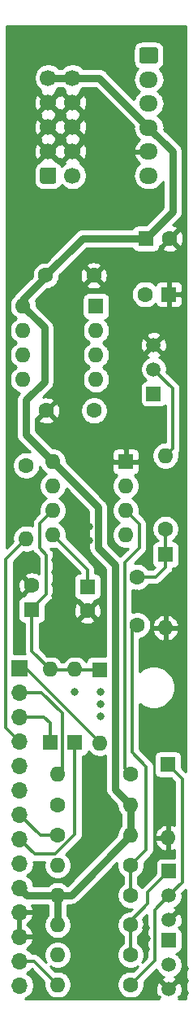
<source format=gbr>
%TF.GenerationSoftware,KiCad,Pcbnew,5.1.9+dfsg1-1~bpo10+1*%
%TF.CreationDate,2022-02-04T08:42:55+08:00*%
%TF.ProjectId,MiniADSR 1.0.1 - Main,4d696e69-4144-4535-9220-312e302e3120,rev?*%
%TF.SameCoordinates,Original*%
%TF.FileFunction,Copper,L2,Bot*%
%TF.FilePolarity,Positive*%
%FSLAX46Y46*%
G04 Gerber Fmt 4.6, Leading zero omitted, Abs format (unit mm)*
G04 Created by KiCad (PCBNEW 5.1.9+dfsg1-1~bpo10+1) date 2022-02-04 08:42:55*
%MOMM*%
%LPD*%
G01*
G04 APERTURE LIST*
%TA.AperFunction,ComponentPad*%
%ADD10C,1.700000*%
%TD*%
%TA.AperFunction,ComponentPad*%
%ADD11O,1.950000X1.700000*%
%TD*%
%TA.AperFunction,ComponentPad*%
%ADD12C,1.600000*%
%TD*%
%TA.AperFunction,ComponentPad*%
%ADD13O,1.600000X1.600000*%
%TD*%
%TA.AperFunction,ComponentPad*%
%ADD14R,1.600000X1.600000*%
%TD*%
%TA.AperFunction,ComponentPad*%
%ADD15R,1.700000X1.700000*%
%TD*%
%TA.AperFunction,ComponentPad*%
%ADD16O,1.700000X1.700000*%
%TD*%
%TA.AperFunction,ComponentPad*%
%ADD17C,1.500000*%
%TD*%
%TA.AperFunction,ComponentPad*%
%ADD18R,1.500000X1.500000*%
%TD*%
%TA.AperFunction,ViaPad*%
%ADD19C,0.800000*%
%TD*%
%TA.AperFunction,Conductor*%
%ADD20C,0.300000*%
%TD*%
%TA.AperFunction,Conductor*%
%ADD21C,0.750000*%
%TD*%
%TA.AperFunction,Conductor*%
%ADD22C,0.254000*%
%TD*%
%TA.AperFunction,Conductor*%
%ADD23C,0.100000*%
%TD*%
G04 APERTURE END LIST*
%TO.P,J5,1*%
%TO.N,-12V*%
%TA.AperFunction,ComponentPad*%
G36*
G01*
X139150000Y-69850000D02*
X139150000Y-68650000D01*
G75*
G02*
X139400000Y-68400000I250000J0D01*
G01*
X140600000Y-68400000D01*
G75*
G02*
X140850000Y-68650000I0J-250000D01*
G01*
X140850000Y-69850000D01*
G75*
G02*
X140600000Y-70100000I-250000J0D01*
G01*
X139400000Y-70100000D01*
G75*
G02*
X139150000Y-69850000I0J250000D01*
G01*
G37*
%TD.AperFunction*%
D10*
%TO.P,J5,3*%
%TO.N,GND2*%
X140000000Y-66710000D03*
%TO.P,J5,5*%
X140000000Y-64170000D03*
%TO.P,J5,7*%
X140000000Y-61630000D03*
%TO.P,J5,9*%
%TO.N,+12V*%
X140000000Y-59090000D03*
%TO.P,J5,2*%
%TO.N,-12V*%
X142540000Y-69250000D03*
%TO.P,J5,4*%
%TO.N,GND2*%
X142540000Y-66710000D03*
%TO.P,J5,6*%
X142540000Y-64170000D03*
%TO.P,J5,8*%
X142540000Y-61630000D03*
%TO.P,J5,10*%
%TO.N,+12V*%
X142540000Y-59090000D03*
%TD*%
%TO.P,J3,1*%
%TO.N,N/C*%
%TA.AperFunction,ComponentPad*%
G36*
G01*
X149775000Y-55900000D02*
X151225000Y-55900000D01*
G75*
G02*
X151475000Y-56150000I0J-250000D01*
G01*
X151475000Y-57350000D01*
G75*
G02*
X151225000Y-57600000I-250000J0D01*
G01*
X149775000Y-57600000D01*
G75*
G02*
X149525000Y-57350000I0J250000D01*
G01*
X149525000Y-56150000D01*
G75*
G02*
X149775000Y-55900000I250000J0D01*
G01*
G37*
%TD.AperFunction*%
D11*
%TO.P,J3,2*%
X150500000Y-59250000D03*
%TO.P,J3,3*%
X150500000Y-61750000D03*
%TO.P,J3,4*%
%TO.N,+12V*%
X150500000Y-64250000D03*
%TO.P,J3,5*%
%TO.N,GND2*%
X150500000Y-66750000D03*
%TO.P,J3,6*%
%TO.N,-12V*%
X150500000Y-69250000D03*
%TD*%
D12*
%TO.P,R7,1*%
%TO.N,Net-(C1-Pad2)*%
X148600000Y-141000000D03*
D13*
%TO.P,R7,2*%
%TO.N,B11*%
X140980000Y-141000000D03*
%TD*%
D12*
%TO.P,C1,1*%
%TO.N,Net-(C1-Pad1)*%
X149300000Y-111000000D03*
%TO.P,C1,2*%
%TO.N,Net-(C1-Pad2)*%
X149300000Y-116000000D03*
%TD*%
D13*
%TO.P,D1,2*%
%TO.N,GND2*%
X152500000Y-138120000D03*
D14*
%TO.P,D1,1*%
%TO.N,Net-(D1-Pad1)*%
X152500000Y-130500000D03*
%TD*%
D12*
%TO.P,R5,1*%
%TO.N,Net-(C1-Pad1)*%
X152250000Y-106000000D03*
D13*
%TO.P,R5,2*%
%TO.N,Net-(Q3-Pad2)*%
X152250000Y-98380000D03*
%TD*%
D14*
%TO.P,D2,1*%
%TO.N,Net-(C1-Pad1)*%
X152250000Y-108675000D03*
D13*
%TO.P,D2,2*%
%TO.N,GND2*%
X152250000Y-116295000D03*
%TD*%
D14*
%TO.P,U1,1*%
%TO.N,GND2*%
X148100000Y-99000000D03*
D13*
%TO.P,U1,5*%
%TO.N,Net-(C2-Pad1)*%
X140480000Y-106620000D03*
%TO.P,U1,2*%
%TO.N,Net-(Q3-Pad1)*%
X148100000Y-101540000D03*
%TO.P,U1,6*%
%TO.N,Net-(C3-Pad1)*%
X140480000Y-104080000D03*
%TO.P,U1,3*%
%TO.N,Net-(R8-Pad1)*%
X148100000Y-104080000D03*
%TO.P,U1,7*%
%TO.N,B7*%
X140480000Y-101540000D03*
%TO.P,U1,4*%
%TO.N,Net-(C1-Pad2)*%
X148100000Y-106620000D03*
%TO.P,U1,8*%
%TO.N,+12V*%
X140480000Y-99000000D03*
%TD*%
D12*
%TO.P,C2,2*%
%TO.N,GND2*%
X144100000Y-114500000D03*
D14*
%TO.P,C2,1*%
%TO.N,Net-(C2-Pad1)*%
X144100000Y-112000000D03*
%TD*%
D15*
%TO.P,J6,1*%
%TO.N,B3*%
X137000000Y-120470000D03*
D16*
%TO.P,J6,2*%
%TO.N,B4*%
X137000000Y-123010000D03*
%TO.P,J6,3*%
%TO.N,B5*%
X137000000Y-125550000D03*
%TO.P,J6,4*%
%TO.N,B6*%
X137000000Y-128090000D03*
%TO.P,J6,5*%
%TO.N,B7*%
X137000000Y-130630000D03*
%TO.P,J6,6*%
%TO.N,B8*%
X137000000Y-133170000D03*
%TO.P,J6,7*%
%TO.N,B9*%
X137000000Y-135710000D03*
%TO.P,J6,8*%
%TO.N,B10*%
X137000000Y-138250000D03*
%TO.P,J6,9*%
%TO.N,B11*%
X137000000Y-140790000D03*
%TO.P,J6,10*%
%TO.N,+12V*%
X137000000Y-143330000D03*
%TO.P,J6,11*%
%TO.N,GND2*%
X137000000Y-145870000D03*
%TO.P,J6,12*%
X137000000Y-148410000D03*
%TO.P,J6,13*%
%TO.N,B1*%
X137000000Y-150950000D03*
%TO.P,J6,14*%
%TO.N,B2*%
X137000000Y-153490000D03*
%TD*%
D12*
%TO.P,R3,1*%
%TO.N,Net-(Q1-Pad1)*%
X148600000Y-150300000D03*
D13*
%TO.P,R3,2*%
%TO.N,Net-(Q2-Pad2)*%
X140980000Y-150300000D03*
%TD*%
D12*
%TO.P,R1,1*%
%TO.N,Net-(D1-Pad1)*%
X148600000Y-153400000D03*
D13*
%TO.P,R1,2*%
%TO.N,B1*%
X140980000Y-153400000D03*
%TD*%
%TO.P,R9,2*%
%TO.N,+12V*%
X148620000Y-137900000D03*
D12*
%TO.P,R9,1*%
%TO.N,B9*%
X141000000Y-137900000D03*
%TD*%
D13*
%TO.P,R10,2*%
%TO.N,B6*%
X137700000Y-107020000D03*
D12*
%TO.P,R10,1*%
%TO.N,Net-(R10-Pad1)*%
X137700000Y-99400000D03*
%TD*%
%TO.P,R8,1*%
%TO.N,Net-(R8-Pad1)*%
X148600000Y-131500000D03*
D13*
%TO.P,R8,2*%
%TO.N,B4*%
X140980000Y-131500000D03*
%TD*%
%TO.P,R6,2*%
%TO.N,+12V*%
X148620000Y-134700000D03*
D12*
%TO.P,R6,1*%
%TO.N,Net-(Q3-Pad1)*%
X141000000Y-134700000D03*
%TD*%
D13*
%TO.P,R4,2*%
%TO.N,+12V*%
X140980000Y-144100000D03*
D12*
%TO.P,R4,1*%
%TO.N,Net-(C1-Pad2)*%
X148600000Y-144100000D03*
%TD*%
D13*
%TO.P,R2,2*%
%TO.N,+12V*%
X140980000Y-147200000D03*
D12*
%TO.P,R2,1*%
%TO.N,Net-(Q1-Pad1)*%
X148600000Y-147200000D03*
%TD*%
D14*
%TO.P,C3,1*%
%TO.N,Net-(C3-Pad1)*%
X138300000Y-114400000D03*
D12*
%TO.P,C3,2*%
%TO.N,GND2*%
X138300000Y-111900000D03*
%TD*%
%TO.P,C4,2*%
%TO.N,GND2*%
X152700000Y-75800000D03*
D14*
%TO.P,C4,1*%
%TO.N,+12V*%
X150200000Y-75800000D03*
%TD*%
%TO.P,C5,1*%
%TO.N,GND2*%
X152600000Y-81600000D03*
D12*
%TO.P,C5,2*%
%TO.N,-12V*%
X150100000Y-81600000D03*
%TD*%
%TO.P,C6,2*%
%TO.N,GND2*%
X144750000Y-79650000D03*
%TO.P,C6,1*%
%TO.N,+12V*%
X139750000Y-79650000D03*
%TD*%
%TO.P,C7,1*%
%TO.N,GND2*%
X139800000Y-93700000D03*
%TO.P,C7,2*%
%TO.N,-12V*%
X144800000Y-93700000D03*
%TD*%
D13*
%TO.P,D3,2*%
%TO.N,Net-(C3-Pad1)*%
X142800000Y-120630000D03*
D14*
%TO.P,D3,1*%
%TO.N,B10*%
X142800000Y-128250000D03*
%TD*%
%TO.P,D4,1*%
%TO.N,Net-(C3-Pad1)*%
X145400000Y-120650000D03*
D13*
%TO.P,D4,2*%
%TO.N,B3*%
X145400000Y-128270000D03*
%TD*%
D14*
%TO.P,D5,1*%
%TO.N,B5*%
X140200000Y-128250000D03*
D13*
%TO.P,D5,2*%
%TO.N,Net-(C3-Pad1)*%
X140200000Y-120630000D03*
%TD*%
%TO.P,U2,8*%
%TO.N,+12V*%
X137380000Y-82850000D03*
%TO.P,U2,4*%
%TO.N,-12V*%
X145000000Y-90470000D03*
%TO.P,U2,7*%
%TO.N,B2*%
X137380000Y-85390000D03*
%TO.P,U2,3*%
%TO.N,B8*%
X145000000Y-87930000D03*
%TO.P,U2,6*%
%TO.N,B2*%
X137380000Y-87930000D03*
%TO.P,U2,2*%
%TO.N,Net-(R10-Pad1)*%
X145000000Y-85390000D03*
%TO.P,U2,5*%
%TO.N,Net-(C3-Pad1)*%
X137380000Y-90470000D03*
D14*
%TO.P,U2,1*%
%TO.N,Net-(R10-Pad1)*%
X145000000Y-82850000D03*
%TD*%
D17*
%TO.P,Q1,2*%
%TO.N,Net-(D1-Pad1)*%
X152600000Y-144140000D03*
%TO.P,Q1,3*%
%TO.N,GND2*%
X152600000Y-146680000D03*
D18*
%TO.P,Q1,1*%
%TO.N,Net-(Q1-Pad1)*%
X152600000Y-141600000D03*
%TD*%
%TO.P,Q2,1*%
%TO.N,Net-(C1-Pad2)*%
X152600000Y-148800000D03*
D17*
%TO.P,Q2,3*%
%TO.N,GND2*%
X152600000Y-153880000D03*
%TO.P,Q2,2*%
%TO.N,Net-(Q2-Pad2)*%
X152600000Y-151340000D03*
%TD*%
%TO.P,Q3,2*%
%TO.N,Net-(Q3-Pad2)*%
X151000000Y-89410000D03*
%TO.P,Q3,3*%
%TO.N,GND2*%
X151000000Y-86870000D03*
D18*
%TO.P,Q3,1*%
%TO.N,Net-(Q3-Pad1)*%
X151000000Y-91950000D03*
%TD*%
D19*
%TO.N,*%
X145500000Y-123000000D03*
X145500000Y-124250000D03*
X145500000Y-125500000D03*
X142750000Y-123000000D03*
%TO.N,GND2*%
X154250000Y-154250000D03*
X150300000Y-148600000D03*
X144000000Y-117250000D03*
X142750000Y-117250000D03*
X141500000Y-117250000D03*
X137000000Y-116500000D03*
X137000000Y-117500000D03*
X137000000Y-118500000D03*
X144250000Y-108750000D03*
X142750000Y-116250000D03*
X142750000Y-118250000D03*
X141500000Y-118250000D03*
X140750000Y-114250000D03*
X140750000Y-113000000D03*
X140750000Y-111750000D03*
X145000000Y-116500000D03*
X152250000Y-113500000D03*
X152250000Y-112500000D03*
X152250000Y-111500000D03*
X149250000Y-112750000D03*
X149250000Y-114000000D03*
X145750000Y-99000000D03*
X145750000Y-100250000D03*
X145750000Y-101500000D03*
X144250000Y-100250000D03*
X144250000Y-99000000D03*
X144250000Y-105750000D03*
X144250000Y-107250000D03*
X140750000Y-110500000D03*
X140750000Y-109250000D03*
X145250000Y-131500000D03*
X145250000Y-132750000D03*
X145250000Y-134000000D03*
X145250000Y-135250000D03*
X145250000Y-136500000D03*
X145250000Y-137750000D03*
X144000000Y-137750000D03*
X144000000Y-136500000D03*
X144000000Y-135250000D03*
X144000000Y-134000000D03*
X144000000Y-145500000D03*
X144000000Y-146750000D03*
X144000000Y-148000000D03*
X144000000Y-149500000D03*
X144000000Y-150750000D03*
X144000000Y-152000000D03*
X145250000Y-152000000D03*
X145250000Y-150750000D03*
X145250000Y-149500000D03*
X145250000Y-148000000D03*
X145250000Y-146750000D03*
X145250000Y-145500000D03*
X145250000Y-153250000D03*
X146500000Y-153250000D03*
X146500000Y-152000000D03*
X137750000Y-101250000D03*
X137750000Y-102500000D03*
X137750000Y-105000000D03*
X141250000Y-83250000D03*
X141250000Y-84500000D03*
X141250000Y-85750000D03*
X141250000Y-87000000D03*
X141250000Y-82000000D03*
X150250000Y-147500000D03*
X150250000Y-149750000D03*
X151000000Y-154250000D03*
X154250000Y-153000000D03*
X154250000Y-151750000D03*
X142750000Y-153250000D03*
X147000000Y-64000000D03*
X147000000Y-65250000D03*
X147000000Y-66500000D03*
X147000000Y-67750000D03*
X137500000Y-61250000D03*
X137500000Y-62750000D03*
X137500000Y-64250000D03*
X137500000Y-65750000D03*
X137500000Y-67250000D03*
X137500000Y-68750000D03*
X137500000Y-59750000D03*
%TD*%
D20*
%TO.N,Net-(C1-Pad1)*%
X152250000Y-106000000D02*
X152250000Y-108675000D01*
X151250000Y-111000000D02*
X149300000Y-111000000D01*
X152250000Y-108675000D02*
X152250000Y-110000000D01*
X152250000Y-110000000D02*
X151250000Y-111000000D01*
%TO.N,Net-(C1-Pad2)*%
X150250000Y-139350000D02*
X148600000Y-141000000D01*
X150250000Y-130750000D02*
X150250000Y-139350000D01*
X148600000Y-141000000D02*
X148600000Y-144100000D01*
X148750000Y-129250000D02*
X150250000Y-130750000D01*
X149300000Y-116000000D02*
X148750000Y-116550000D01*
X148750000Y-116550000D02*
X148750000Y-129250000D01*
%TO.N,Net-(C2-Pad1)*%
X144100000Y-110240000D02*
X140480000Y-106620000D01*
X144100000Y-112000000D02*
X144100000Y-110240000D01*
%TO.N,Net-(C3-Pad1)*%
X138300000Y-118730000D02*
X140200000Y-120630000D01*
X138300000Y-114400000D02*
X138300000Y-118730000D01*
X139800000Y-112800000D02*
X138300000Y-114300000D01*
X139800000Y-108700000D02*
X139800000Y-112800000D01*
X139100000Y-108000000D02*
X139800000Y-108700000D01*
X140480000Y-104080000D02*
X139100000Y-105460000D01*
X138300000Y-114300000D02*
X138300000Y-114400000D01*
X139100000Y-105460000D02*
X139100000Y-108000000D01*
X140220000Y-120650000D02*
X140200000Y-120630000D01*
X145400000Y-120650000D02*
X140220000Y-120650000D01*
D21*
%TO.N,+12V*%
X143600000Y-75800000D02*
X139750000Y-79650000D01*
X150200000Y-75800000D02*
X143600000Y-75800000D01*
X137700000Y-96220000D02*
X140480000Y-99000000D01*
X137700000Y-92600000D02*
X137700000Y-96220000D01*
X139600000Y-90700000D02*
X137700000Y-92600000D01*
X137380000Y-82850000D02*
X139600000Y-85070000D01*
X139600000Y-85070000D02*
X139600000Y-90700000D01*
X145250000Y-103770000D02*
X140480000Y-99000000D01*
X147000000Y-109750000D02*
X145250000Y-108000000D01*
X148620000Y-134700000D02*
X147000000Y-133080000D01*
X145250000Y-108000000D02*
X145250000Y-103770000D01*
X147000000Y-133080000D02*
X147000000Y-109750000D01*
X148620000Y-134700000D02*
X148620000Y-137900000D01*
X137770000Y-144100000D02*
X137000000Y-143330000D01*
X140980000Y-144100000D02*
X137770000Y-144100000D01*
X140980000Y-144100000D02*
X140980000Y-147200000D01*
X142400000Y-144100000D02*
X140980000Y-144100000D01*
X148620000Y-137900000D02*
X148600000Y-137900000D01*
X148600000Y-137900000D02*
X142400000Y-144100000D01*
X150200000Y-75800000D02*
X153000000Y-73000000D01*
X153000000Y-66750000D02*
X150500000Y-64250000D01*
X153000000Y-73000000D02*
X153000000Y-66750000D01*
X141790000Y-59090000D02*
X140000000Y-59090000D01*
X150500000Y-64250000D02*
X145340000Y-59090000D01*
X145340000Y-59090000D02*
X141790000Y-59090000D01*
X137380000Y-82120000D02*
X137380000Y-82850000D01*
X139750000Y-79650000D02*
X139750000Y-79750000D01*
X139750000Y-79750000D02*
X137380000Y-82120000D01*
D20*
%TO.N,Net-(D1-Pad1)*%
X154000000Y-132000000D02*
X154000000Y-142740000D01*
X154000000Y-142740000D02*
X152600000Y-144140000D01*
X152500000Y-130500000D02*
X154000000Y-132000000D01*
X151100000Y-150900000D02*
X148600000Y-153400000D01*
X151100000Y-145650000D02*
X151100000Y-150900000D01*
X152600000Y-144140000D02*
X152600000Y-144150000D01*
X152600000Y-144150000D02*
X151100000Y-145650000D01*
%TO.N,Net-(Q1-Pad1)*%
X148600000Y-147200000D02*
X148600000Y-150300000D01*
X150400000Y-143775000D02*
X150400000Y-145000000D01*
X148600000Y-146800000D02*
X148600000Y-147200000D01*
X150400000Y-145000000D02*
X148600000Y-146800000D01*
X152600000Y-141600000D02*
X152575000Y-141600000D01*
X152575000Y-141600000D02*
X150400000Y-143775000D01*
%TO.N,Net-(Q3-Pad2)*%
X153000000Y-97630000D02*
X152250000Y-98380000D01*
X151000000Y-89410000D02*
X153000000Y-91410000D01*
X153000000Y-91410000D02*
X153000000Y-97630000D01*
%TO.N,Net-(R8-Pad1)*%
X148000000Y-130900000D02*
X148600000Y-131500000D01*
X148000000Y-109500000D02*
X148000000Y-130900000D01*
X149500000Y-108000000D02*
X148000000Y-109500000D01*
X148100000Y-104080000D02*
X149500000Y-105480000D01*
X149500000Y-105480000D02*
X149500000Y-108000000D01*
%TO.N,B4*%
X141500000Y-125200000D02*
X139310000Y-123010000D01*
X141500000Y-130980000D02*
X141500000Y-125200000D01*
X140980000Y-131500000D02*
X141500000Y-130980000D01*
X139310000Y-123010000D02*
X137000000Y-123010000D01*
%TO.N,B5*%
X139550000Y-125550000D02*
X137000000Y-125550000D01*
X140200000Y-128250000D02*
X140200000Y-126200000D01*
X140200000Y-126200000D02*
X139550000Y-125550000D01*
%TO.N,B1*%
X138530000Y-150950000D02*
X140980000Y-153400000D01*
X137000000Y-150950000D02*
X138530000Y-150950000D01*
%TO.N,B3*%
X145400000Y-128200000D02*
X137670000Y-120470000D01*
X145400000Y-128270000D02*
X145400000Y-128200000D01*
X137670000Y-120470000D02*
X137000000Y-120470000D01*
%TO.N,B6*%
X135600000Y-126690000D02*
X137000000Y-128090000D01*
X137700000Y-107020000D02*
X135600000Y-109120000D01*
X135600000Y-109120000D02*
X135600000Y-126690000D01*
%TO.N,B9*%
X139190000Y-137900000D02*
X137000000Y-135710000D01*
X141000000Y-137900000D02*
X139190000Y-137900000D01*
%TO.N,B10*%
X142800000Y-137802002D02*
X142800000Y-128250000D01*
X140752003Y-139849999D02*
X142800000Y-137802002D01*
X138599999Y-139849999D02*
X140752003Y-139849999D01*
X137000000Y-138250000D02*
X138599999Y-139849999D01*
%TD*%
D22*
%TO.N,GND2*%
X147165000Y-140858665D02*
X147165000Y-141141335D01*
X147220147Y-141418574D01*
X147328320Y-141679727D01*
X147485363Y-141914759D01*
X147685241Y-142114637D01*
X147815000Y-142201339D01*
X147815001Y-142898661D01*
X147685241Y-142985363D01*
X147485363Y-143185241D01*
X147328320Y-143420273D01*
X147220147Y-143681426D01*
X147165000Y-143958665D01*
X147165000Y-144241335D01*
X147220147Y-144518574D01*
X147328320Y-144779727D01*
X147485363Y-145014759D01*
X147685241Y-145214637D01*
X147920273Y-145371680D01*
X148181426Y-145479853D01*
X148458665Y-145535000D01*
X148741335Y-145535000D01*
X148758197Y-145531646D01*
X148524843Y-145765000D01*
X148458665Y-145765000D01*
X148181426Y-145820147D01*
X147920273Y-145928320D01*
X147685241Y-146085363D01*
X147485363Y-146285241D01*
X147328320Y-146520273D01*
X147220147Y-146781426D01*
X147165000Y-147058665D01*
X147165000Y-147341335D01*
X147220147Y-147618574D01*
X147328320Y-147879727D01*
X147485363Y-148114759D01*
X147685241Y-148314637D01*
X147815000Y-148401339D01*
X147815001Y-149098661D01*
X147685241Y-149185363D01*
X147485363Y-149385241D01*
X147328320Y-149620273D01*
X147220147Y-149881426D01*
X147165000Y-150158665D01*
X147165000Y-150441335D01*
X147220147Y-150718574D01*
X147328320Y-150979727D01*
X147485363Y-151214759D01*
X147685241Y-151414637D01*
X147920273Y-151571680D01*
X148181426Y-151679853D01*
X148458665Y-151735000D01*
X148741335Y-151735000D01*
X149018574Y-151679853D01*
X149279727Y-151571680D01*
X149395558Y-151494284D01*
X148894396Y-151995446D01*
X148741335Y-151965000D01*
X148458665Y-151965000D01*
X148181426Y-152020147D01*
X147920273Y-152128320D01*
X147685241Y-152285363D01*
X147485363Y-152485241D01*
X147328320Y-152720273D01*
X147220147Y-152981426D01*
X147165000Y-153258665D01*
X147165000Y-153541335D01*
X147220147Y-153818574D01*
X147328320Y-154079727D01*
X147485363Y-154314759D01*
X147685241Y-154514637D01*
X147920273Y-154671680D01*
X148181426Y-154779853D01*
X148458665Y-154835000D01*
X148741335Y-154835000D01*
X149018574Y-154779853D01*
X149279727Y-154671680D01*
X149514759Y-154514637D01*
X149714637Y-154314759D01*
X149871680Y-154079727D01*
X149979853Y-153818574D01*
X150035000Y-153541335D01*
X150035000Y-153258665D01*
X150004554Y-153105604D01*
X151296912Y-151813246D01*
X151372629Y-151996043D01*
X151524201Y-152222886D01*
X151717114Y-152415799D01*
X151943957Y-152567371D01*
X152043279Y-152608511D01*
X152001168Y-152623723D01*
X151888137Y-152684140D01*
X151822612Y-152923007D01*
X152600000Y-153700395D01*
X153377388Y-152923007D01*
X153311863Y-152684140D01*
X153153523Y-152609836D01*
X153256043Y-152567371D01*
X153482886Y-152415799D01*
X153675799Y-152222886D01*
X153827371Y-151996043D01*
X153931775Y-151743989D01*
X153985000Y-151476411D01*
X153985000Y-151203589D01*
X153931775Y-150936011D01*
X153827371Y-150683957D01*
X153675799Y-150457114D01*
X153482886Y-150264201D01*
X153366517Y-150186445D01*
X153474482Y-150175812D01*
X153594180Y-150139502D01*
X153704494Y-150080537D01*
X153801185Y-150001185D01*
X153880537Y-149904494D01*
X153939502Y-149794180D01*
X153975812Y-149674482D01*
X153988072Y-149550000D01*
X153988072Y-148050000D01*
X153975812Y-147925518D01*
X153939502Y-147805820D01*
X153880537Y-147695506D01*
X153801185Y-147598815D01*
X153704494Y-147519463D01*
X153594180Y-147460498D01*
X153571137Y-147453508D01*
X153795860Y-147391863D01*
X153911760Y-147144884D01*
X153977250Y-146880040D01*
X153989812Y-146607508D01*
X153948965Y-146337762D01*
X153856277Y-146081168D01*
X153795860Y-145968137D01*
X153556993Y-145902612D01*
X152779605Y-146680000D01*
X152793748Y-146694143D01*
X152614143Y-146873748D01*
X152600000Y-146859605D01*
X152585858Y-146873748D01*
X152406253Y-146694143D01*
X152420395Y-146680000D01*
X152406253Y-146665858D01*
X152585858Y-146486253D01*
X152600000Y-146500395D01*
X153377388Y-145723007D01*
X153311863Y-145484140D01*
X153153523Y-145409836D01*
X153256043Y-145367371D01*
X153482886Y-145215799D01*
X153675799Y-145022886D01*
X153827371Y-144796043D01*
X153931775Y-144543989D01*
X153985000Y-144276411D01*
X153985000Y-144003589D01*
X153962033Y-143888125D01*
X154340001Y-143510157D01*
X154340001Y-154840000D01*
X153607294Y-154840000D01*
X153673451Y-154773843D01*
X153556995Y-154657387D01*
X153795860Y-154591863D01*
X153911760Y-154344884D01*
X153977250Y-154080040D01*
X153989812Y-153807508D01*
X153948965Y-153537762D01*
X153856277Y-153281168D01*
X153795860Y-153168137D01*
X153556993Y-153102612D01*
X152779605Y-153880000D01*
X152793748Y-153894143D01*
X152614143Y-154073748D01*
X152600000Y-154059605D01*
X152585858Y-154073748D01*
X152406253Y-153894143D01*
X152420395Y-153880000D01*
X151643007Y-153102612D01*
X151404140Y-153168137D01*
X151288240Y-153415116D01*
X151222750Y-153679960D01*
X151210188Y-153952492D01*
X151251035Y-154222238D01*
X151343723Y-154478832D01*
X151404140Y-154591863D01*
X151643005Y-154657387D01*
X151526549Y-154773843D01*
X151592706Y-154840000D01*
X137621303Y-154840000D01*
X137703411Y-154805990D01*
X137946632Y-154643475D01*
X138153475Y-154436632D01*
X138315990Y-154193411D01*
X138427932Y-153923158D01*
X138485000Y-153636260D01*
X138485000Y-153343740D01*
X138427932Y-153056842D01*
X138315990Y-152786589D01*
X138153475Y-152543368D01*
X137946632Y-152336525D01*
X137772240Y-152220000D01*
X137946632Y-152103475D01*
X138153475Y-151896632D01*
X138238791Y-151768948D01*
X139575446Y-153105604D01*
X139545000Y-153258665D01*
X139545000Y-153541335D01*
X139600147Y-153818574D01*
X139708320Y-154079727D01*
X139865363Y-154314759D01*
X140065241Y-154514637D01*
X140300273Y-154671680D01*
X140561426Y-154779853D01*
X140838665Y-154835000D01*
X141121335Y-154835000D01*
X141398574Y-154779853D01*
X141659727Y-154671680D01*
X141894759Y-154514637D01*
X142094637Y-154314759D01*
X142251680Y-154079727D01*
X142359853Y-153818574D01*
X142415000Y-153541335D01*
X142415000Y-153258665D01*
X142359853Y-152981426D01*
X142251680Y-152720273D01*
X142094637Y-152485241D01*
X141894759Y-152285363D01*
X141659727Y-152128320D01*
X141398574Y-152020147D01*
X141121335Y-151965000D01*
X140838665Y-151965000D01*
X140685604Y-151995446D01*
X140184441Y-151494284D01*
X140300273Y-151571680D01*
X140561426Y-151679853D01*
X140838665Y-151735000D01*
X141121335Y-151735000D01*
X141398574Y-151679853D01*
X141659727Y-151571680D01*
X141894759Y-151414637D01*
X142094637Y-151214759D01*
X142251680Y-150979727D01*
X142359853Y-150718574D01*
X142415000Y-150441335D01*
X142415000Y-150158665D01*
X142359853Y-149881426D01*
X142251680Y-149620273D01*
X142094637Y-149385241D01*
X141894759Y-149185363D01*
X141659727Y-149028320D01*
X141398574Y-148920147D01*
X141121335Y-148865000D01*
X140838665Y-148865000D01*
X140561426Y-148920147D01*
X140300273Y-149028320D01*
X140065241Y-149185363D01*
X139865363Y-149385241D01*
X139708320Y-149620273D01*
X139600147Y-149881426D01*
X139545000Y-150158665D01*
X139545000Y-150441335D01*
X139600147Y-150718574D01*
X139708320Y-150979727D01*
X139785715Y-151095558D01*
X139112347Y-150422190D01*
X139087764Y-150392236D01*
X138968233Y-150294138D01*
X138831860Y-150221246D01*
X138683887Y-150176359D01*
X138568561Y-150165000D01*
X138568553Y-150165000D01*
X138530000Y-150161203D01*
X138491447Y-150165000D01*
X138261474Y-150165000D01*
X138153475Y-150003368D01*
X137946632Y-149796525D01*
X137764466Y-149674805D01*
X137881355Y-149605178D01*
X138097588Y-149410269D01*
X138271641Y-149176920D01*
X138396825Y-148914099D01*
X138441476Y-148766890D01*
X138320155Y-148537000D01*
X137127000Y-148537000D01*
X137127000Y-148557000D01*
X136873000Y-148557000D01*
X136873000Y-148537000D01*
X136853000Y-148537000D01*
X136853000Y-148283000D01*
X136873000Y-148283000D01*
X136873000Y-145997000D01*
X137127000Y-145997000D01*
X137127000Y-148283000D01*
X138320155Y-148283000D01*
X138441476Y-148053110D01*
X138396825Y-147905901D01*
X138271641Y-147643080D01*
X138097588Y-147409731D01*
X137881355Y-147214822D01*
X137755745Y-147140000D01*
X137881355Y-147065178D01*
X138097588Y-146870269D01*
X138271641Y-146636920D01*
X138396825Y-146374099D01*
X138441476Y-146226890D01*
X138320155Y-145997000D01*
X137127000Y-145997000D01*
X136873000Y-145997000D01*
X136853000Y-145997000D01*
X136853000Y-145743000D01*
X136873000Y-145743000D01*
X136873000Y-145723000D01*
X137127000Y-145723000D01*
X137127000Y-145743000D01*
X138320155Y-145743000D01*
X138441476Y-145513110D01*
X138396825Y-145365901D01*
X138274937Y-145110000D01*
X139960604Y-145110000D01*
X139970000Y-145119396D01*
X139970001Y-146180603D01*
X139865363Y-146285241D01*
X139708320Y-146520273D01*
X139600147Y-146781426D01*
X139545000Y-147058665D01*
X139545000Y-147341335D01*
X139600147Y-147618574D01*
X139708320Y-147879727D01*
X139865363Y-148114759D01*
X140065241Y-148314637D01*
X140300273Y-148471680D01*
X140561426Y-148579853D01*
X140838665Y-148635000D01*
X141121335Y-148635000D01*
X141398574Y-148579853D01*
X141659727Y-148471680D01*
X141894759Y-148314637D01*
X142094637Y-148114759D01*
X142251680Y-147879727D01*
X142359853Y-147618574D01*
X142415000Y-147341335D01*
X142415000Y-147058665D01*
X142359853Y-146781426D01*
X142251680Y-146520273D01*
X142094637Y-146285241D01*
X141990000Y-146180604D01*
X141990000Y-145119396D01*
X141999396Y-145110000D01*
X142350392Y-145110000D01*
X142400000Y-145114886D01*
X142597994Y-145095385D01*
X142785317Y-145038561D01*
X142788380Y-145037632D01*
X142963840Y-144943847D01*
X143117633Y-144817633D01*
X143149261Y-144779094D01*
X147188666Y-140739689D01*
X147165000Y-140858665D01*
%TA.AperFunction,Conductor*%
D23*
G36*
X147165000Y-140858665D02*
G01*
X147165000Y-141141335D01*
X147220147Y-141418574D01*
X147328320Y-141679727D01*
X147485363Y-141914759D01*
X147685241Y-142114637D01*
X147815000Y-142201339D01*
X147815001Y-142898661D01*
X147685241Y-142985363D01*
X147485363Y-143185241D01*
X147328320Y-143420273D01*
X147220147Y-143681426D01*
X147165000Y-143958665D01*
X147165000Y-144241335D01*
X147220147Y-144518574D01*
X147328320Y-144779727D01*
X147485363Y-145014759D01*
X147685241Y-145214637D01*
X147920273Y-145371680D01*
X148181426Y-145479853D01*
X148458665Y-145535000D01*
X148741335Y-145535000D01*
X148758197Y-145531646D01*
X148524843Y-145765000D01*
X148458665Y-145765000D01*
X148181426Y-145820147D01*
X147920273Y-145928320D01*
X147685241Y-146085363D01*
X147485363Y-146285241D01*
X147328320Y-146520273D01*
X147220147Y-146781426D01*
X147165000Y-147058665D01*
X147165000Y-147341335D01*
X147220147Y-147618574D01*
X147328320Y-147879727D01*
X147485363Y-148114759D01*
X147685241Y-148314637D01*
X147815000Y-148401339D01*
X147815001Y-149098661D01*
X147685241Y-149185363D01*
X147485363Y-149385241D01*
X147328320Y-149620273D01*
X147220147Y-149881426D01*
X147165000Y-150158665D01*
X147165000Y-150441335D01*
X147220147Y-150718574D01*
X147328320Y-150979727D01*
X147485363Y-151214759D01*
X147685241Y-151414637D01*
X147920273Y-151571680D01*
X148181426Y-151679853D01*
X148458665Y-151735000D01*
X148741335Y-151735000D01*
X149018574Y-151679853D01*
X149279727Y-151571680D01*
X149395558Y-151494284D01*
X148894396Y-151995446D01*
X148741335Y-151965000D01*
X148458665Y-151965000D01*
X148181426Y-152020147D01*
X147920273Y-152128320D01*
X147685241Y-152285363D01*
X147485363Y-152485241D01*
X147328320Y-152720273D01*
X147220147Y-152981426D01*
X147165000Y-153258665D01*
X147165000Y-153541335D01*
X147220147Y-153818574D01*
X147328320Y-154079727D01*
X147485363Y-154314759D01*
X147685241Y-154514637D01*
X147920273Y-154671680D01*
X148181426Y-154779853D01*
X148458665Y-154835000D01*
X148741335Y-154835000D01*
X149018574Y-154779853D01*
X149279727Y-154671680D01*
X149514759Y-154514637D01*
X149714637Y-154314759D01*
X149871680Y-154079727D01*
X149979853Y-153818574D01*
X150035000Y-153541335D01*
X150035000Y-153258665D01*
X150004554Y-153105604D01*
X151296912Y-151813246D01*
X151372629Y-151996043D01*
X151524201Y-152222886D01*
X151717114Y-152415799D01*
X151943957Y-152567371D01*
X152043279Y-152608511D01*
X152001168Y-152623723D01*
X151888137Y-152684140D01*
X151822612Y-152923007D01*
X152600000Y-153700395D01*
X153377388Y-152923007D01*
X153311863Y-152684140D01*
X153153523Y-152609836D01*
X153256043Y-152567371D01*
X153482886Y-152415799D01*
X153675799Y-152222886D01*
X153827371Y-151996043D01*
X153931775Y-151743989D01*
X153985000Y-151476411D01*
X153985000Y-151203589D01*
X153931775Y-150936011D01*
X153827371Y-150683957D01*
X153675799Y-150457114D01*
X153482886Y-150264201D01*
X153366517Y-150186445D01*
X153474482Y-150175812D01*
X153594180Y-150139502D01*
X153704494Y-150080537D01*
X153801185Y-150001185D01*
X153880537Y-149904494D01*
X153939502Y-149794180D01*
X153975812Y-149674482D01*
X153988072Y-149550000D01*
X153988072Y-148050000D01*
X153975812Y-147925518D01*
X153939502Y-147805820D01*
X153880537Y-147695506D01*
X153801185Y-147598815D01*
X153704494Y-147519463D01*
X153594180Y-147460498D01*
X153571137Y-147453508D01*
X153795860Y-147391863D01*
X153911760Y-147144884D01*
X153977250Y-146880040D01*
X153989812Y-146607508D01*
X153948965Y-146337762D01*
X153856277Y-146081168D01*
X153795860Y-145968137D01*
X153556993Y-145902612D01*
X152779605Y-146680000D01*
X152793748Y-146694143D01*
X152614143Y-146873748D01*
X152600000Y-146859605D01*
X152585858Y-146873748D01*
X152406253Y-146694143D01*
X152420395Y-146680000D01*
X152406253Y-146665858D01*
X152585858Y-146486253D01*
X152600000Y-146500395D01*
X153377388Y-145723007D01*
X153311863Y-145484140D01*
X153153523Y-145409836D01*
X153256043Y-145367371D01*
X153482886Y-145215799D01*
X153675799Y-145022886D01*
X153827371Y-144796043D01*
X153931775Y-144543989D01*
X153985000Y-144276411D01*
X153985000Y-144003589D01*
X153962033Y-143888125D01*
X154340001Y-143510157D01*
X154340001Y-154840000D01*
X153607294Y-154840000D01*
X153673451Y-154773843D01*
X153556995Y-154657387D01*
X153795860Y-154591863D01*
X153911760Y-154344884D01*
X153977250Y-154080040D01*
X153989812Y-153807508D01*
X153948965Y-153537762D01*
X153856277Y-153281168D01*
X153795860Y-153168137D01*
X153556993Y-153102612D01*
X152779605Y-153880000D01*
X152793748Y-153894143D01*
X152614143Y-154073748D01*
X152600000Y-154059605D01*
X152585858Y-154073748D01*
X152406253Y-153894143D01*
X152420395Y-153880000D01*
X151643007Y-153102612D01*
X151404140Y-153168137D01*
X151288240Y-153415116D01*
X151222750Y-153679960D01*
X151210188Y-153952492D01*
X151251035Y-154222238D01*
X151343723Y-154478832D01*
X151404140Y-154591863D01*
X151643005Y-154657387D01*
X151526549Y-154773843D01*
X151592706Y-154840000D01*
X137621303Y-154840000D01*
X137703411Y-154805990D01*
X137946632Y-154643475D01*
X138153475Y-154436632D01*
X138315990Y-154193411D01*
X138427932Y-153923158D01*
X138485000Y-153636260D01*
X138485000Y-153343740D01*
X138427932Y-153056842D01*
X138315990Y-152786589D01*
X138153475Y-152543368D01*
X137946632Y-152336525D01*
X137772240Y-152220000D01*
X137946632Y-152103475D01*
X138153475Y-151896632D01*
X138238791Y-151768948D01*
X139575446Y-153105604D01*
X139545000Y-153258665D01*
X139545000Y-153541335D01*
X139600147Y-153818574D01*
X139708320Y-154079727D01*
X139865363Y-154314759D01*
X140065241Y-154514637D01*
X140300273Y-154671680D01*
X140561426Y-154779853D01*
X140838665Y-154835000D01*
X141121335Y-154835000D01*
X141398574Y-154779853D01*
X141659727Y-154671680D01*
X141894759Y-154514637D01*
X142094637Y-154314759D01*
X142251680Y-154079727D01*
X142359853Y-153818574D01*
X142415000Y-153541335D01*
X142415000Y-153258665D01*
X142359853Y-152981426D01*
X142251680Y-152720273D01*
X142094637Y-152485241D01*
X141894759Y-152285363D01*
X141659727Y-152128320D01*
X141398574Y-152020147D01*
X141121335Y-151965000D01*
X140838665Y-151965000D01*
X140685604Y-151995446D01*
X140184441Y-151494284D01*
X140300273Y-151571680D01*
X140561426Y-151679853D01*
X140838665Y-151735000D01*
X141121335Y-151735000D01*
X141398574Y-151679853D01*
X141659727Y-151571680D01*
X141894759Y-151414637D01*
X142094637Y-151214759D01*
X142251680Y-150979727D01*
X142359853Y-150718574D01*
X142415000Y-150441335D01*
X142415000Y-150158665D01*
X142359853Y-149881426D01*
X142251680Y-149620273D01*
X142094637Y-149385241D01*
X141894759Y-149185363D01*
X141659727Y-149028320D01*
X141398574Y-148920147D01*
X141121335Y-148865000D01*
X140838665Y-148865000D01*
X140561426Y-148920147D01*
X140300273Y-149028320D01*
X140065241Y-149185363D01*
X139865363Y-149385241D01*
X139708320Y-149620273D01*
X139600147Y-149881426D01*
X139545000Y-150158665D01*
X139545000Y-150441335D01*
X139600147Y-150718574D01*
X139708320Y-150979727D01*
X139785715Y-151095558D01*
X139112347Y-150422190D01*
X139087764Y-150392236D01*
X138968233Y-150294138D01*
X138831860Y-150221246D01*
X138683887Y-150176359D01*
X138568561Y-150165000D01*
X138568553Y-150165000D01*
X138530000Y-150161203D01*
X138491447Y-150165000D01*
X138261474Y-150165000D01*
X138153475Y-150003368D01*
X137946632Y-149796525D01*
X137764466Y-149674805D01*
X137881355Y-149605178D01*
X138097588Y-149410269D01*
X138271641Y-149176920D01*
X138396825Y-148914099D01*
X138441476Y-148766890D01*
X138320155Y-148537000D01*
X137127000Y-148537000D01*
X137127000Y-148557000D01*
X136873000Y-148557000D01*
X136873000Y-148537000D01*
X136853000Y-148537000D01*
X136853000Y-148283000D01*
X136873000Y-148283000D01*
X136873000Y-145997000D01*
X137127000Y-145997000D01*
X137127000Y-148283000D01*
X138320155Y-148283000D01*
X138441476Y-148053110D01*
X138396825Y-147905901D01*
X138271641Y-147643080D01*
X138097588Y-147409731D01*
X137881355Y-147214822D01*
X137755745Y-147140000D01*
X137881355Y-147065178D01*
X138097588Y-146870269D01*
X138271641Y-146636920D01*
X138396825Y-146374099D01*
X138441476Y-146226890D01*
X138320155Y-145997000D01*
X137127000Y-145997000D01*
X136873000Y-145997000D01*
X136853000Y-145997000D01*
X136853000Y-145743000D01*
X136873000Y-145743000D01*
X136873000Y-145723000D01*
X137127000Y-145723000D01*
X137127000Y-145743000D01*
X138320155Y-145743000D01*
X138441476Y-145513110D01*
X138396825Y-145365901D01*
X138274937Y-145110000D01*
X139960604Y-145110000D01*
X139970000Y-145119396D01*
X139970001Y-146180603D01*
X139865363Y-146285241D01*
X139708320Y-146520273D01*
X139600147Y-146781426D01*
X139545000Y-147058665D01*
X139545000Y-147341335D01*
X139600147Y-147618574D01*
X139708320Y-147879727D01*
X139865363Y-148114759D01*
X140065241Y-148314637D01*
X140300273Y-148471680D01*
X140561426Y-148579853D01*
X140838665Y-148635000D01*
X141121335Y-148635000D01*
X141398574Y-148579853D01*
X141659727Y-148471680D01*
X141894759Y-148314637D01*
X142094637Y-148114759D01*
X142251680Y-147879727D01*
X142359853Y-147618574D01*
X142415000Y-147341335D01*
X142415000Y-147058665D01*
X142359853Y-146781426D01*
X142251680Y-146520273D01*
X142094637Y-146285241D01*
X141990000Y-146180604D01*
X141990000Y-145119396D01*
X141999396Y-145110000D01*
X142350392Y-145110000D01*
X142400000Y-145114886D01*
X142597994Y-145095385D01*
X142785317Y-145038561D01*
X142788380Y-145037632D01*
X142963840Y-144943847D01*
X143117633Y-144817633D01*
X143149261Y-144779094D01*
X147188666Y-140739689D01*
X147165000Y-140858665D01*
G37*
%TD.AperFunction*%
D22*
X150315001Y-150574841D02*
X149794285Y-151095558D01*
X149871680Y-150979727D01*
X149979853Y-150718574D01*
X150035000Y-150441335D01*
X150035000Y-150158665D01*
X149979853Y-149881426D01*
X149871680Y-149620273D01*
X149714637Y-149385241D01*
X149514759Y-149185363D01*
X149385000Y-149098661D01*
X149385000Y-148401339D01*
X149514759Y-148314637D01*
X149714637Y-148114759D01*
X149871680Y-147879727D01*
X149979853Y-147618574D01*
X150035000Y-147341335D01*
X150035000Y-147058665D01*
X149979853Y-146781426D01*
X149906301Y-146603856D01*
X150315000Y-146195158D01*
X150315001Y-150574841D01*
%TA.AperFunction,Conductor*%
D23*
G36*
X150315001Y-150574841D02*
G01*
X149794285Y-151095558D01*
X149871680Y-150979727D01*
X149979853Y-150718574D01*
X150035000Y-150441335D01*
X150035000Y-150158665D01*
X149979853Y-149881426D01*
X149871680Y-149620273D01*
X149714637Y-149385241D01*
X149514759Y-149185363D01*
X149385000Y-149098661D01*
X149385000Y-148401339D01*
X149514759Y-148314637D01*
X149714637Y-148114759D01*
X149871680Y-147879727D01*
X149979853Y-147618574D01*
X150035000Y-147341335D01*
X150035000Y-147058665D01*
X149979853Y-146781426D01*
X149906301Y-146603856D01*
X150315000Y-146195158D01*
X150315001Y-150574841D01*
G37*
%TD.AperFunction*%
D22*
X154340001Y-131229843D02*
X153938072Y-130827914D01*
X153938072Y-129700000D01*
X153925812Y-129575518D01*
X153889502Y-129455820D01*
X153830537Y-129345506D01*
X153751185Y-129248815D01*
X153654494Y-129169463D01*
X153544180Y-129110498D01*
X153424482Y-129074188D01*
X153300000Y-129061928D01*
X151700000Y-129061928D01*
X151575518Y-129074188D01*
X151455820Y-129110498D01*
X151345506Y-129169463D01*
X151248815Y-129248815D01*
X151169463Y-129345506D01*
X151110498Y-129455820D01*
X151074188Y-129575518D01*
X151061928Y-129700000D01*
X151061928Y-131300000D01*
X151074188Y-131424482D01*
X151110498Y-131544180D01*
X151169463Y-131654494D01*
X151248815Y-131751185D01*
X151345506Y-131830537D01*
X151455820Y-131889502D01*
X151575518Y-131925812D01*
X151700000Y-131938072D01*
X152827914Y-131938072D01*
X153215000Y-132325158D01*
X153215000Y-136878367D01*
X152983087Y-136768754D01*
X152849039Y-136728096D01*
X152627000Y-136850085D01*
X152627000Y-137993000D01*
X152647000Y-137993000D01*
X152647000Y-138247000D01*
X152627000Y-138247000D01*
X152627000Y-139389915D01*
X152849039Y-139511904D01*
X152983087Y-139471246D01*
X153215001Y-139361633D01*
X153215001Y-140211928D01*
X151850000Y-140211928D01*
X151725518Y-140224188D01*
X151605820Y-140260498D01*
X151495506Y-140319463D01*
X151398815Y-140398815D01*
X151319463Y-140495506D01*
X151260498Y-140605820D01*
X151224188Y-140725518D01*
X151211928Y-140850000D01*
X151211928Y-141852914D01*
X149872190Y-143192653D01*
X149842236Y-143217236D01*
X149783685Y-143288580D01*
X149714637Y-143185241D01*
X149514759Y-142985363D01*
X149385000Y-142898661D01*
X149385000Y-142201339D01*
X149514759Y-142114637D01*
X149714637Y-141914759D01*
X149871680Y-141679727D01*
X149979853Y-141418574D01*
X150035000Y-141141335D01*
X150035000Y-140858665D01*
X150004554Y-140705604D01*
X150777816Y-139932342D01*
X150807764Y-139907764D01*
X150905862Y-139788233D01*
X150978754Y-139651860D01*
X151023641Y-139503887D01*
X151035000Y-139388561D01*
X151035000Y-139388554D01*
X151038797Y-139350001D01*
X151035000Y-139311448D01*
X151035000Y-138469040D01*
X151108091Y-138469040D01*
X151202930Y-138733881D01*
X151347615Y-138975131D01*
X151536586Y-139183519D01*
X151762580Y-139351037D01*
X152016913Y-139471246D01*
X152150961Y-139511904D01*
X152373000Y-139389915D01*
X152373000Y-138247000D01*
X151229376Y-138247000D01*
X151108091Y-138469040D01*
X151035000Y-138469040D01*
X151035000Y-137770960D01*
X151108091Y-137770960D01*
X151229376Y-137993000D01*
X152373000Y-137993000D01*
X152373000Y-136850085D01*
X152150961Y-136728096D01*
X152016913Y-136768754D01*
X151762580Y-136888963D01*
X151536586Y-137056481D01*
X151347615Y-137264869D01*
X151202930Y-137506119D01*
X151108091Y-137770960D01*
X151035000Y-137770960D01*
X151035000Y-130788552D01*
X151038797Y-130749999D01*
X151035000Y-130711446D01*
X151035000Y-130711439D01*
X151023641Y-130596113D01*
X150978754Y-130448140D01*
X150905862Y-130311767D01*
X150807764Y-130192236D01*
X150777817Y-130167659D01*
X149535000Y-128924843D01*
X149535000Y-124195767D01*
X149575271Y-124236038D01*
X149941331Y-124480631D01*
X150348075Y-124649110D01*
X150779872Y-124735000D01*
X151220128Y-124735000D01*
X151651925Y-124649110D01*
X152058669Y-124480631D01*
X152424729Y-124236038D01*
X152736038Y-123924729D01*
X152980631Y-123558669D01*
X153149110Y-123151925D01*
X153235000Y-122720128D01*
X153235000Y-122279872D01*
X153149110Y-121848075D01*
X152980631Y-121441331D01*
X152736038Y-121075271D01*
X152424729Y-120763962D01*
X152058669Y-120519369D01*
X151651925Y-120350890D01*
X151220128Y-120265000D01*
X150779872Y-120265000D01*
X150348075Y-120350890D01*
X149941331Y-120519369D01*
X149575271Y-120763962D01*
X149535000Y-120804233D01*
X149535000Y-117416369D01*
X149718574Y-117379853D01*
X149979727Y-117271680D01*
X150214759Y-117114637D01*
X150414637Y-116914759D01*
X150571680Y-116679727D01*
X150586462Y-116644040D01*
X150858091Y-116644040D01*
X150952930Y-116908881D01*
X151097615Y-117150131D01*
X151286586Y-117358519D01*
X151512580Y-117526037D01*
X151766913Y-117646246D01*
X151900961Y-117686904D01*
X152123000Y-117564915D01*
X152123000Y-116422000D01*
X152377000Y-116422000D01*
X152377000Y-117564915D01*
X152599039Y-117686904D01*
X152733087Y-117646246D01*
X152987420Y-117526037D01*
X153213414Y-117358519D01*
X153402385Y-117150131D01*
X153547070Y-116908881D01*
X153641909Y-116644040D01*
X153520624Y-116422000D01*
X152377000Y-116422000D01*
X152123000Y-116422000D01*
X150979376Y-116422000D01*
X150858091Y-116644040D01*
X150586462Y-116644040D01*
X150679853Y-116418574D01*
X150735000Y-116141335D01*
X150735000Y-115945960D01*
X150858091Y-115945960D01*
X150979376Y-116168000D01*
X152123000Y-116168000D01*
X152123000Y-115025085D01*
X152377000Y-115025085D01*
X152377000Y-116168000D01*
X153520624Y-116168000D01*
X153641909Y-115945960D01*
X153547070Y-115681119D01*
X153402385Y-115439869D01*
X153213414Y-115231481D01*
X152987420Y-115063963D01*
X152733087Y-114943754D01*
X152599039Y-114903096D01*
X152377000Y-115025085D01*
X152123000Y-115025085D01*
X151900961Y-114903096D01*
X151766913Y-114943754D01*
X151512580Y-115063963D01*
X151286586Y-115231481D01*
X151097615Y-115439869D01*
X150952930Y-115681119D01*
X150858091Y-115945960D01*
X150735000Y-115945960D01*
X150735000Y-115858665D01*
X150679853Y-115581426D01*
X150571680Y-115320273D01*
X150414637Y-115085241D01*
X150214759Y-114885363D01*
X149979727Y-114728320D01*
X149718574Y-114620147D01*
X149441335Y-114565000D01*
X149158665Y-114565000D01*
X148881426Y-114620147D01*
X148785000Y-114660088D01*
X148785000Y-112339912D01*
X148881426Y-112379853D01*
X149158665Y-112435000D01*
X149441335Y-112435000D01*
X149718574Y-112379853D01*
X149979727Y-112271680D01*
X150214759Y-112114637D01*
X150414637Y-111914759D01*
X150501339Y-111785000D01*
X151211447Y-111785000D01*
X151250000Y-111788797D01*
X151288553Y-111785000D01*
X151288561Y-111785000D01*
X151403887Y-111773641D01*
X151551860Y-111728754D01*
X151688233Y-111655862D01*
X151807764Y-111557764D01*
X151832347Y-111527810D01*
X152777810Y-110582347D01*
X152807764Y-110557764D01*
X152905862Y-110438233D01*
X152978754Y-110301860D01*
X152988041Y-110271246D01*
X153023642Y-110153887D01*
X153027662Y-110113072D01*
X153050000Y-110113072D01*
X153174482Y-110100812D01*
X153294180Y-110064502D01*
X153404494Y-110005537D01*
X153501185Y-109926185D01*
X153580537Y-109829494D01*
X153639502Y-109719180D01*
X153675812Y-109599482D01*
X153688072Y-109475000D01*
X153688072Y-107875000D01*
X153675812Y-107750518D01*
X153639502Y-107630820D01*
X153580537Y-107520506D01*
X153501185Y-107423815D01*
X153404494Y-107344463D01*
X153294180Y-107285498D01*
X153174482Y-107249188D01*
X153050000Y-107236928D01*
X153035000Y-107236928D01*
X153035000Y-107201339D01*
X153164759Y-107114637D01*
X153364637Y-106914759D01*
X153521680Y-106679727D01*
X153629853Y-106418574D01*
X153685000Y-106141335D01*
X153685000Y-105858665D01*
X153629853Y-105581426D01*
X153521680Y-105320273D01*
X153364637Y-105085241D01*
X153164759Y-104885363D01*
X152929727Y-104728320D01*
X152668574Y-104620147D01*
X152391335Y-104565000D01*
X152108665Y-104565000D01*
X151831426Y-104620147D01*
X151570273Y-104728320D01*
X151335241Y-104885363D01*
X151135363Y-105085241D01*
X150978320Y-105320273D01*
X150870147Y-105581426D01*
X150815000Y-105858665D01*
X150815000Y-106141335D01*
X150870147Y-106418574D01*
X150978320Y-106679727D01*
X151135363Y-106914759D01*
X151335241Y-107114637D01*
X151465000Y-107201339D01*
X151465000Y-107236928D01*
X151450000Y-107236928D01*
X151325518Y-107249188D01*
X151205820Y-107285498D01*
X151095506Y-107344463D01*
X150998815Y-107423815D01*
X150919463Y-107520506D01*
X150860498Y-107630820D01*
X150824188Y-107750518D01*
X150811928Y-107875000D01*
X150811928Y-109475000D01*
X150824188Y-109599482D01*
X150860498Y-109719180D01*
X150919463Y-109829494D01*
X150998815Y-109926185D01*
X151095506Y-110005537D01*
X151120791Y-110019052D01*
X150924843Y-110215000D01*
X150501339Y-110215000D01*
X150414637Y-110085241D01*
X150214759Y-109885363D01*
X149979727Y-109728320D01*
X149718574Y-109620147D01*
X149441335Y-109565000D01*
X149158665Y-109565000D01*
X149016973Y-109593185D01*
X150027816Y-108582342D01*
X150057764Y-108557764D01*
X150082346Y-108527812D01*
X150106450Y-108498441D01*
X150155862Y-108438233D01*
X150228754Y-108301860D01*
X150273641Y-108153887D01*
X150285000Y-108038561D01*
X150285000Y-108038554D01*
X150288797Y-108000001D01*
X150285000Y-107961448D01*
X150285000Y-105518555D01*
X150288797Y-105480000D01*
X150285000Y-105441440D01*
X150285000Y-105441439D01*
X150281020Y-105401026D01*
X150273642Y-105326113D01*
X150228754Y-105178140D01*
X150218064Y-105158140D01*
X150155862Y-105041767D01*
X150057764Y-104922236D01*
X150027817Y-104897659D01*
X149504554Y-104374396D01*
X149535000Y-104221335D01*
X149535000Y-103938665D01*
X149479853Y-103661426D01*
X149371680Y-103400273D01*
X149214637Y-103165241D01*
X149014759Y-102965363D01*
X148782241Y-102810000D01*
X149014759Y-102654637D01*
X149214637Y-102454759D01*
X149371680Y-102219727D01*
X149479853Y-101958574D01*
X149535000Y-101681335D01*
X149535000Y-101398665D01*
X149479853Y-101121426D01*
X149371680Y-100860273D01*
X149214637Y-100625241D01*
X149016039Y-100426643D01*
X149024482Y-100425812D01*
X149144180Y-100389502D01*
X149254494Y-100330537D01*
X149351185Y-100251185D01*
X149430537Y-100154494D01*
X149489502Y-100044180D01*
X149525812Y-99924482D01*
X149538072Y-99800000D01*
X149535000Y-99285750D01*
X149376250Y-99127000D01*
X148227000Y-99127000D01*
X148227000Y-99147000D01*
X147973000Y-99147000D01*
X147973000Y-99127000D01*
X146823750Y-99127000D01*
X146665000Y-99285750D01*
X146661928Y-99800000D01*
X146674188Y-99924482D01*
X146710498Y-100044180D01*
X146769463Y-100154494D01*
X146848815Y-100251185D01*
X146945506Y-100330537D01*
X147055820Y-100389502D01*
X147175518Y-100425812D01*
X147183961Y-100426643D01*
X146985363Y-100625241D01*
X146828320Y-100860273D01*
X146720147Y-101121426D01*
X146665000Y-101398665D01*
X146665000Y-101681335D01*
X146720147Y-101958574D01*
X146828320Y-102219727D01*
X146985363Y-102454759D01*
X147185241Y-102654637D01*
X147417759Y-102810000D01*
X147185241Y-102965363D01*
X146985363Y-103165241D01*
X146828320Y-103400273D01*
X146720147Y-103661426D01*
X146665000Y-103938665D01*
X146665000Y-104221335D01*
X146720147Y-104498574D01*
X146828320Y-104759727D01*
X146985363Y-104994759D01*
X147185241Y-105194637D01*
X147417759Y-105350000D01*
X147185241Y-105505363D01*
X146985363Y-105705241D01*
X146828320Y-105940273D01*
X146720147Y-106201426D01*
X146665000Y-106478665D01*
X146665000Y-106761335D01*
X146720147Y-107038574D01*
X146828320Y-107299727D01*
X146985363Y-107534759D01*
X147185241Y-107734637D01*
X147420273Y-107891680D01*
X147681426Y-107999853D01*
X147958665Y-108055000D01*
X148241335Y-108055000D01*
X148358061Y-108031781D01*
X147534099Y-108855744D01*
X146260000Y-107581645D01*
X146260000Y-103819608D01*
X146264886Y-103770000D01*
X146245385Y-103572005D01*
X146187632Y-103381620D01*
X146093846Y-103206159D01*
X145999256Y-103090900D01*
X145967633Y-103052367D01*
X145929100Y-103020744D01*
X141915000Y-99006645D01*
X141915000Y-98858665D01*
X141859853Y-98581426D01*
X141751680Y-98320273D01*
X141671317Y-98200000D01*
X146661928Y-98200000D01*
X146665000Y-98714250D01*
X146823750Y-98873000D01*
X147973000Y-98873000D01*
X147973000Y-97723750D01*
X148227000Y-97723750D01*
X148227000Y-98873000D01*
X149376250Y-98873000D01*
X149535000Y-98714250D01*
X149538072Y-98200000D01*
X149525812Y-98075518D01*
X149489502Y-97955820D01*
X149430537Y-97845506D01*
X149351185Y-97748815D01*
X149254494Y-97669463D01*
X149144180Y-97610498D01*
X149024482Y-97574188D01*
X148900000Y-97561928D01*
X148385750Y-97565000D01*
X148227000Y-97723750D01*
X147973000Y-97723750D01*
X147814250Y-97565000D01*
X147300000Y-97561928D01*
X147175518Y-97574188D01*
X147055820Y-97610498D01*
X146945506Y-97669463D01*
X146848815Y-97748815D01*
X146769463Y-97845506D01*
X146710498Y-97955820D01*
X146674188Y-98075518D01*
X146661928Y-98200000D01*
X141671317Y-98200000D01*
X141594637Y-98085241D01*
X141394759Y-97885363D01*
X141159727Y-97728320D01*
X140898574Y-97620147D01*
X140621335Y-97565000D01*
X140473356Y-97565000D01*
X138710000Y-95801645D01*
X138710000Y-94692702D01*
X138986903Y-94692702D01*
X139058486Y-94936671D01*
X139313996Y-95057571D01*
X139588184Y-95126300D01*
X139870512Y-95140217D01*
X140150130Y-95098787D01*
X140416292Y-95003603D01*
X140541514Y-94936671D01*
X140613097Y-94692702D01*
X139800000Y-93879605D01*
X138986903Y-94692702D01*
X138710000Y-94692702D01*
X138710000Y-94484549D01*
X138807298Y-94513097D01*
X139620395Y-93700000D01*
X139979605Y-93700000D01*
X140792702Y-94513097D01*
X141036671Y-94441514D01*
X141157571Y-94186004D01*
X141226300Y-93911816D01*
X141240217Y-93629488D01*
X141229724Y-93558665D01*
X143365000Y-93558665D01*
X143365000Y-93841335D01*
X143420147Y-94118574D01*
X143528320Y-94379727D01*
X143685363Y-94614759D01*
X143885241Y-94814637D01*
X144120273Y-94971680D01*
X144381426Y-95079853D01*
X144658665Y-95135000D01*
X144941335Y-95135000D01*
X145218574Y-95079853D01*
X145479727Y-94971680D01*
X145714759Y-94814637D01*
X145914637Y-94614759D01*
X146071680Y-94379727D01*
X146179853Y-94118574D01*
X146235000Y-93841335D01*
X146235000Y-93558665D01*
X146179853Y-93281426D01*
X146071680Y-93020273D01*
X145914637Y-92785241D01*
X145714759Y-92585363D01*
X145479727Y-92428320D01*
X145218574Y-92320147D01*
X144941335Y-92265000D01*
X144658665Y-92265000D01*
X144381426Y-92320147D01*
X144120273Y-92428320D01*
X143885241Y-92585363D01*
X143685363Y-92785241D01*
X143528320Y-93020273D01*
X143420147Y-93281426D01*
X143365000Y-93558665D01*
X141229724Y-93558665D01*
X141198787Y-93349870D01*
X141103603Y-93083708D01*
X141036671Y-92958486D01*
X140792702Y-92886903D01*
X139979605Y-93700000D01*
X139620395Y-93700000D01*
X139606253Y-93685858D01*
X139785858Y-93506253D01*
X139800000Y-93520395D01*
X140613097Y-92707298D01*
X140541514Y-92463329D01*
X140286004Y-92342429D01*
X140011816Y-92273700D01*
X139729488Y-92259783D01*
X139449870Y-92301213D01*
X139414490Y-92313865D01*
X140279100Y-91449256D01*
X140317633Y-91417633D01*
X140443847Y-91263840D01*
X140537632Y-91088380D01*
X140595385Y-90897994D01*
X140610000Y-90749608D01*
X140614886Y-90700000D01*
X140610000Y-90650392D01*
X140610000Y-85119604D01*
X140614886Y-85069999D01*
X140605177Y-84971426D01*
X140595385Y-84872006D01*
X140537632Y-84681620D01*
X140443847Y-84506160D01*
X140317633Y-84352367D01*
X140279094Y-84320739D01*
X138815000Y-82856645D01*
X138815000Y-82708665D01*
X138759853Y-82431426D01*
X138682844Y-82245511D01*
X138878355Y-82050000D01*
X143561928Y-82050000D01*
X143561928Y-83650000D01*
X143574188Y-83774482D01*
X143610498Y-83894180D01*
X143669463Y-84004494D01*
X143748815Y-84101185D01*
X143845506Y-84180537D01*
X143955820Y-84239502D01*
X144075518Y-84275812D01*
X144083961Y-84276643D01*
X143885363Y-84475241D01*
X143728320Y-84710273D01*
X143620147Y-84971426D01*
X143565000Y-85248665D01*
X143565000Y-85531335D01*
X143620147Y-85808574D01*
X143728320Y-86069727D01*
X143885363Y-86304759D01*
X144085241Y-86504637D01*
X144317759Y-86660000D01*
X144085241Y-86815363D01*
X143885363Y-87015241D01*
X143728320Y-87250273D01*
X143620147Y-87511426D01*
X143565000Y-87788665D01*
X143565000Y-88071335D01*
X143620147Y-88348574D01*
X143728320Y-88609727D01*
X143885363Y-88844759D01*
X144085241Y-89044637D01*
X144317759Y-89200000D01*
X144085241Y-89355363D01*
X143885363Y-89555241D01*
X143728320Y-89790273D01*
X143620147Y-90051426D01*
X143565000Y-90328665D01*
X143565000Y-90611335D01*
X143620147Y-90888574D01*
X143728320Y-91149727D01*
X143885363Y-91384759D01*
X144085241Y-91584637D01*
X144320273Y-91741680D01*
X144581426Y-91849853D01*
X144858665Y-91905000D01*
X145141335Y-91905000D01*
X145418574Y-91849853D01*
X145679727Y-91741680D01*
X145914759Y-91584637D01*
X146114637Y-91384759D01*
X146238088Y-91200000D01*
X149611928Y-91200000D01*
X149611928Y-92700000D01*
X149624188Y-92824482D01*
X149660498Y-92944180D01*
X149719463Y-93054494D01*
X149798815Y-93151185D01*
X149895506Y-93230537D01*
X150005820Y-93289502D01*
X150125518Y-93325812D01*
X150250000Y-93338072D01*
X151750000Y-93338072D01*
X151874482Y-93325812D01*
X151994180Y-93289502D01*
X152104494Y-93230537D01*
X152201185Y-93151185D01*
X152215000Y-93134351D01*
X152215001Y-96945000D01*
X152108665Y-96945000D01*
X151831426Y-97000147D01*
X151570273Y-97108320D01*
X151335241Y-97265363D01*
X151135363Y-97465241D01*
X150978320Y-97700273D01*
X150870147Y-97961426D01*
X150815000Y-98238665D01*
X150815000Y-98521335D01*
X150870147Y-98798574D01*
X150978320Y-99059727D01*
X151135363Y-99294759D01*
X151335241Y-99494637D01*
X151570273Y-99651680D01*
X151831426Y-99759853D01*
X152108665Y-99815000D01*
X152391335Y-99815000D01*
X152668574Y-99759853D01*
X152929727Y-99651680D01*
X153164759Y-99494637D01*
X153364637Y-99294759D01*
X153521680Y-99059727D01*
X153629853Y-98798574D01*
X153685000Y-98521335D01*
X153685000Y-98238665D01*
X153652028Y-98072905D01*
X153655862Y-98068233D01*
X153728754Y-97931860D01*
X153773641Y-97783887D01*
X153785000Y-97668561D01*
X153785000Y-97668554D01*
X153788797Y-97630001D01*
X153785000Y-97591448D01*
X153785000Y-91448552D01*
X153788797Y-91409999D01*
X153785000Y-91371446D01*
X153785000Y-91371439D01*
X153773641Y-91256113D01*
X153756620Y-91200000D01*
X153728754Y-91108140D01*
X153711317Y-91075518D01*
X153655862Y-90971767D01*
X153595317Y-90897994D01*
X153582345Y-90882187D01*
X153582342Y-90882184D01*
X153557764Y-90852236D01*
X153527817Y-90827659D01*
X152362033Y-89661875D01*
X152385000Y-89546411D01*
X152385000Y-89273589D01*
X152331775Y-89006011D01*
X152227371Y-88753957D01*
X152075799Y-88527114D01*
X151882886Y-88334201D01*
X151656043Y-88182629D01*
X151556721Y-88141489D01*
X151598832Y-88126277D01*
X151711863Y-88065860D01*
X151777388Y-87826993D01*
X151000000Y-87049605D01*
X150222612Y-87826993D01*
X150288137Y-88065860D01*
X150446477Y-88140164D01*
X150343957Y-88182629D01*
X150117114Y-88334201D01*
X149924201Y-88527114D01*
X149772629Y-88753957D01*
X149668225Y-89006011D01*
X149615000Y-89273589D01*
X149615000Y-89546411D01*
X149668225Y-89813989D01*
X149772629Y-90066043D01*
X149924201Y-90292886D01*
X150117114Y-90485799D01*
X150233483Y-90563555D01*
X150125518Y-90574188D01*
X150005820Y-90610498D01*
X149895506Y-90669463D01*
X149798815Y-90748815D01*
X149719463Y-90845506D01*
X149660498Y-90955820D01*
X149624188Y-91075518D01*
X149611928Y-91200000D01*
X146238088Y-91200000D01*
X146271680Y-91149727D01*
X146379853Y-90888574D01*
X146435000Y-90611335D01*
X146435000Y-90328665D01*
X146379853Y-90051426D01*
X146271680Y-89790273D01*
X146114637Y-89555241D01*
X145914759Y-89355363D01*
X145682241Y-89200000D01*
X145914759Y-89044637D01*
X146114637Y-88844759D01*
X146271680Y-88609727D01*
X146379853Y-88348574D01*
X146435000Y-88071335D01*
X146435000Y-87788665D01*
X146379853Y-87511426D01*
X146271680Y-87250273D01*
X146114637Y-87015241D01*
X146041888Y-86942492D01*
X149610188Y-86942492D01*
X149651035Y-87212238D01*
X149743723Y-87468832D01*
X149804140Y-87581863D01*
X150043007Y-87647388D01*
X150820395Y-86870000D01*
X151179605Y-86870000D01*
X151956993Y-87647388D01*
X152195860Y-87581863D01*
X152311760Y-87334884D01*
X152377250Y-87070040D01*
X152389812Y-86797508D01*
X152348965Y-86527762D01*
X152256277Y-86271168D01*
X152195860Y-86158137D01*
X151956993Y-86092612D01*
X151179605Y-86870000D01*
X150820395Y-86870000D01*
X150043007Y-86092612D01*
X149804140Y-86158137D01*
X149688240Y-86405116D01*
X149622750Y-86669960D01*
X149610188Y-86942492D01*
X146041888Y-86942492D01*
X145914759Y-86815363D01*
X145682241Y-86660000D01*
X145914759Y-86504637D01*
X146114637Y-86304759D01*
X146271680Y-86069727D01*
X146336595Y-85913007D01*
X150222612Y-85913007D01*
X151000000Y-86690395D01*
X151777388Y-85913007D01*
X151711863Y-85674140D01*
X151464884Y-85558240D01*
X151200040Y-85492750D01*
X150927508Y-85480188D01*
X150657762Y-85521035D01*
X150401168Y-85613723D01*
X150288137Y-85674140D01*
X150222612Y-85913007D01*
X146336595Y-85913007D01*
X146379853Y-85808574D01*
X146435000Y-85531335D01*
X146435000Y-85248665D01*
X146379853Y-84971426D01*
X146271680Y-84710273D01*
X146114637Y-84475241D01*
X145916039Y-84276643D01*
X145924482Y-84275812D01*
X146044180Y-84239502D01*
X146154494Y-84180537D01*
X146251185Y-84101185D01*
X146330537Y-84004494D01*
X146389502Y-83894180D01*
X146425812Y-83774482D01*
X146438072Y-83650000D01*
X146438072Y-82050000D01*
X146425812Y-81925518D01*
X146389502Y-81805820D01*
X146330537Y-81695506D01*
X146251185Y-81598815D01*
X146154494Y-81519463D01*
X146044180Y-81460498D01*
X146038138Y-81458665D01*
X148665000Y-81458665D01*
X148665000Y-81741335D01*
X148720147Y-82018574D01*
X148828320Y-82279727D01*
X148985363Y-82514759D01*
X149185241Y-82714637D01*
X149420273Y-82871680D01*
X149681426Y-82979853D01*
X149958665Y-83035000D01*
X150241335Y-83035000D01*
X150518574Y-82979853D01*
X150779727Y-82871680D01*
X151014759Y-82714637D01*
X151181339Y-82548057D01*
X151210498Y-82644180D01*
X151269463Y-82754494D01*
X151348815Y-82851185D01*
X151445506Y-82930537D01*
X151555820Y-82989502D01*
X151675518Y-83025812D01*
X151800000Y-83038072D01*
X152314250Y-83035000D01*
X152473000Y-82876250D01*
X152473000Y-81727000D01*
X152727000Y-81727000D01*
X152727000Y-82876250D01*
X152885750Y-83035000D01*
X153400000Y-83038072D01*
X153524482Y-83025812D01*
X153644180Y-82989502D01*
X153754494Y-82930537D01*
X153851185Y-82851185D01*
X153930537Y-82754494D01*
X153989502Y-82644180D01*
X154025812Y-82524482D01*
X154038072Y-82400000D01*
X154035000Y-81885750D01*
X153876250Y-81727000D01*
X152727000Y-81727000D01*
X152473000Y-81727000D01*
X152453000Y-81727000D01*
X152453000Y-81473000D01*
X152473000Y-81473000D01*
X152473000Y-80323750D01*
X152727000Y-80323750D01*
X152727000Y-81473000D01*
X153876250Y-81473000D01*
X154035000Y-81314250D01*
X154038072Y-80800000D01*
X154025812Y-80675518D01*
X153989502Y-80555820D01*
X153930537Y-80445506D01*
X153851185Y-80348815D01*
X153754494Y-80269463D01*
X153644180Y-80210498D01*
X153524482Y-80174188D01*
X153400000Y-80161928D01*
X152885750Y-80165000D01*
X152727000Y-80323750D01*
X152473000Y-80323750D01*
X152314250Y-80165000D01*
X151800000Y-80161928D01*
X151675518Y-80174188D01*
X151555820Y-80210498D01*
X151445506Y-80269463D01*
X151348815Y-80348815D01*
X151269463Y-80445506D01*
X151210498Y-80555820D01*
X151181339Y-80651943D01*
X151014759Y-80485363D01*
X150779727Y-80328320D01*
X150518574Y-80220147D01*
X150241335Y-80165000D01*
X149958665Y-80165000D01*
X149681426Y-80220147D01*
X149420273Y-80328320D01*
X149185241Y-80485363D01*
X148985363Y-80685241D01*
X148828320Y-80920273D01*
X148720147Y-81181426D01*
X148665000Y-81458665D01*
X146038138Y-81458665D01*
X145924482Y-81424188D01*
X145800000Y-81411928D01*
X144200000Y-81411928D01*
X144075518Y-81424188D01*
X143955820Y-81460498D01*
X143845506Y-81519463D01*
X143748815Y-81598815D01*
X143669463Y-81695506D01*
X143610498Y-81805820D01*
X143574188Y-81925518D01*
X143561928Y-82050000D01*
X138878355Y-82050000D01*
X139843355Y-81085000D01*
X139891335Y-81085000D01*
X140168574Y-81029853D01*
X140429727Y-80921680D01*
X140664759Y-80764637D01*
X140786694Y-80642702D01*
X143936903Y-80642702D01*
X144008486Y-80886671D01*
X144263996Y-81007571D01*
X144538184Y-81076300D01*
X144820512Y-81090217D01*
X145100130Y-81048787D01*
X145366292Y-80953603D01*
X145491514Y-80886671D01*
X145563097Y-80642702D01*
X144750000Y-79829605D01*
X143936903Y-80642702D01*
X140786694Y-80642702D01*
X140864637Y-80564759D01*
X141021680Y-80329727D01*
X141129853Y-80068574D01*
X141185000Y-79791335D01*
X141185000Y-79720512D01*
X143309783Y-79720512D01*
X143351213Y-80000130D01*
X143446397Y-80266292D01*
X143513329Y-80391514D01*
X143757298Y-80463097D01*
X144570395Y-79650000D01*
X144929605Y-79650000D01*
X145742702Y-80463097D01*
X145986671Y-80391514D01*
X146107571Y-80136004D01*
X146176300Y-79861816D01*
X146190217Y-79579488D01*
X146148787Y-79299870D01*
X146053603Y-79033708D01*
X145986671Y-78908486D01*
X145742702Y-78836903D01*
X144929605Y-79650000D01*
X144570395Y-79650000D01*
X143757298Y-78836903D01*
X143513329Y-78908486D01*
X143392429Y-79163996D01*
X143323700Y-79438184D01*
X143309783Y-79720512D01*
X141185000Y-79720512D01*
X141185000Y-79643355D01*
X142171057Y-78657298D01*
X143936903Y-78657298D01*
X144750000Y-79470395D01*
X145563097Y-78657298D01*
X145491514Y-78413329D01*
X145236004Y-78292429D01*
X144961816Y-78223700D01*
X144679488Y-78209783D01*
X144399870Y-78251213D01*
X144133708Y-78346397D01*
X144008486Y-78413329D01*
X143936903Y-78657298D01*
X142171057Y-78657298D01*
X144018355Y-76810000D01*
X148800130Y-76810000D01*
X148810498Y-76844180D01*
X148869463Y-76954494D01*
X148948815Y-77051185D01*
X149045506Y-77130537D01*
X149155820Y-77189502D01*
X149275518Y-77225812D01*
X149400000Y-77238072D01*
X151000000Y-77238072D01*
X151124482Y-77225812D01*
X151244180Y-77189502D01*
X151354494Y-77130537D01*
X151451185Y-77051185D01*
X151530537Y-76954494D01*
X151589502Y-76844180D01*
X151605117Y-76792702D01*
X151886903Y-76792702D01*
X151958486Y-77036671D01*
X152213996Y-77157571D01*
X152488184Y-77226300D01*
X152770512Y-77240217D01*
X153050130Y-77198787D01*
X153316292Y-77103603D01*
X153441514Y-77036671D01*
X153513097Y-76792702D01*
X152700000Y-75979605D01*
X151886903Y-76792702D01*
X151605117Y-76792702D01*
X151625812Y-76724482D01*
X151638072Y-76600000D01*
X151638072Y-76592785D01*
X151707298Y-76613097D01*
X152520395Y-75800000D01*
X152879605Y-75800000D01*
X153692702Y-76613097D01*
X153936671Y-76541514D01*
X154057571Y-76286004D01*
X154126300Y-76011816D01*
X154140217Y-75729488D01*
X154098787Y-75449870D01*
X154003603Y-75183708D01*
X153936671Y-75058486D01*
X153692702Y-74986903D01*
X152879605Y-75800000D01*
X152520395Y-75800000D01*
X152506253Y-75785858D01*
X152685858Y-75606253D01*
X152700000Y-75620395D01*
X153513097Y-74807298D01*
X153441514Y-74563329D01*
X153186004Y-74442429D01*
X153026027Y-74402329D01*
X153679100Y-73749256D01*
X153717633Y-73717633D01*
X153843847Y-73563840D01*
X153937632Y-73388380D01*
X153995385Y-73197994D01*
X154010000Y-73049608D01*
X154010000Y-73049607D01*
X154014886Y-73000000D01*
X154010000Y-72950392D01*
X154010000Y-66799608D01*
X154014886Y-66750000D01*
X153995385Y-66552005D01*
X153937632Y-66361620D01*
X153932480Y-66351981D01*
X153843847Y-66186160D01*
X153717633Y-66032367D01*
X153679100Y-66000744D01*
X152100254Y-64421899D01*
X152117185Y-64250000D01*
X152088513Y-63958889D01*
X152003599Y-63678966D01*
X151865706Y-63420986D01*
X151680134Y-63194866D01*
X151454014Y-63009294D01*
X151436626Y-63000000D01*
X151454014Y-62990706D01*
X151680134Y-62805134D01*
X151865706Y-62579014D01*
X152003599Y-62321034D01*
X152088513Y-62041111D01*
X152117185Y-61750000D01*
X152088513Y-61458889D01*
X152003599Y-61178966D01*
X151865706Y-60920986D01*
X151680134Y-60694866D01*
X151454014Y-60509294D01*
X151436626Y-60500000D01*
X151454014Y-60490706D01*
X151680134Y-60305134D01*
X151865706Y-60079014D01*
X152003599Y-59821034D01*
X152088513Y-59541111D01*
X152117185Y-59250000D01*
X152088513Y-58958889D01*
X152003599Y-58678966D01*
X151865706Y-58420986D01*
X151680134Y-58194866D01*
X151616663Y-58142777D01*
X151718386Y-58088405D01*
X151852962Y-57977962D01*
X151963405Y-57843386D01*
X152045472Y-57689850D01*
X152096008Y-57523254D01*
X152113072Y-57350000D01*
X152113072Y-56150000D01*
X152096008Y-55976746D01*
X152045472Y-55810150D01*
X151963405Y-55656614D01*
X151852962Y-55522038D01*
X151718386Y-55411595D01*
X151564850Y-55329528D01*
X151398254Y-55278992D01*
X151225000Y-55261928D01*
X149775000Y-55261928D01*
X149601746Y-55278992D01*
X149435150Y-55329528D01*
X149281614Y-55411595D01*
X149147038Y-55522038D01*
X149036595Y-55656614D01*
X148954528Y-55810150D01*
X148903992Y-55976746D01*
X148886928Y-56150000D01*
X148886928Y-57350000D01*
X148903992Y-57523254D01*
X148954528Y-57689850D01*
X149036595Y-57843386D01*
X149147038Y-57977962D01*
X149281614Y-58088405D01*
X149383337Y-58142777D01*
X149319866Y-58194866D01*
X149134294Y-58420986D01*
X148996401Y-58678966D01*
X148911487Y-58958889D01*
X148882815Y-59250000D01*
X148911487Y-59541111D01*
X148996401Y-59821034D01*
X149134294Y-60079014D01*
X149319866Y-60305134D01*
X149545986Y-60490706D01*
X149563374Y-60500000D01*
X149545986Y-60509294D01*
X149319866Y-60694866D01*
X149134294Y-60920986D01*
X148996401Y-61178966D01*
X148964031Y-61285675D01*
X146089261Y-58410906D01*
X146057633Y-58372367D01*
X145903840Y-58246153D01*
X145728380Y-58152368D01*
X145537994Y-58094615D01*
X145389608Y-58080000D01*
X145340000Y-58075114D01*
X145290392Y-58080000D01*
X143630107Y-58080000D01*
X143486632Y-57936525D01*
X143243411Y-57774010D01*
X142973158Y-57662068D01*
X142686260Y-57605000D01*
X142393740Y-57605000D01*
X142106842Y-57662068D01*
X141836589Y-57774010D01*
X141593368Y-57936525D01*
X141449893Y-58080000D01*
X141090107Y-58080000D01*
X140946632Y-57936525D01*
X140703411Y-57774010D01*
X140433158Y-57662068D01*
X140146260Y-57605000D01*
X139853740Y-57605000D01*
X139566842Y-57662068D01*
X139296589Y-57774010D01*
X139053368Y-57936525D01*
X138846525Y-58143368D01*
X138684010Y-58386589D01*
X138572068Y-58656842D01*
X138515000Y-58943740D01*
X138515000Y-59236260D01*
X138572068Y-59523158D01*
X138684010Y-59793411D01*
X138846525Y-60036632D01*
X139053368Y-60243475D01*
X139226729Y-60359311D01*
X139151208Y-60601603D01*
X140000000Y-61450395D01*
X140848792Y-60601603D01*
X140773271Y-60359311D01*
X140946632Y-60243475D01*
X141090107Y-60100000D01*
X141449893Y-60100000D01*
X141593368Y-60243475D01*
X141766729Y-60359311D01*
X141691208Y-60601603D01*
X142540000Y-61450395D01*
X143388792Y-60601603D01*
X143313271Y-60359311D01*
X143486632Y-60243475D01*
X143630107Y-60100000D01*
X144921645Y-60100000D01*
X148899746Y-64078101D01*
X148882815Y-64250000D01*
X148911487Y-64541111D01*
X148996401Y-64821034D01*
X149134294Y-65079014D01*
X149319866Y-65305134D01*
X149545986Y-65490706D01*
X149571722Y-65504462D01*
X149365571Y-65660951D01*
X149172504Y-65878807D01*
X149025648Y-66130142D01*
X148933524Y-66393110D01*
X149054845Y-66623000D01*
X150373000Y-66623000D01*
X150373000Y-66603000D01*
X150627000Y-66603000D01*
X150627000Y-66623000D01*
X150647000Y-66623000D01*
X150647000Y-66877000D01*
X150627000Y-66877000D01*
X150627000Y-66897000D01*
X150373000Y-66897000D01*
X150373000Y-66877000D01*
X149054845Y-66877000D01*
X148933524Y-67106890D01*
X149025648Y-67369858D01*
X149172504Y-67621193D01*
X149365571Y-67839049D01*
X149571722Y-67995538D01*
X149545986Y-68009294D01*
X149319866Y-68194866D01*
X149134294Y-68420986D01*
X148996401Y-68678966D01*
X148911487Y-68958889D01*
X148882815Y-69250000D01*
X148911487Y-69541111D01*
X148996401Y-69821034D01*
X149134294Y-70079014D01*
X149319866Y-70305134D01*
X149545986Y-70490706D01*
X149803966Y-70628599D01*
X150083889Y-70713513D01*
X150302050Y-70735000D01*
X150697950Y-70735000D01*
X150916111Y-70713513D01*
X151196034Y-70628599D01*
X151454014Y-70490706D01*
X151680134Y-70305134D01*
X151865706Y-70079014D01*
X151990001Y-69846475D01*
X151990000Y-72581644D01*
X150209717Y-74361928D01*
X149400000Y-74361928D01*
X149275518Y-74374188D01*
X149155820Y-74410498D01*
X149045506Y-74469463D01*
X148948815Y-74548815D01*
X148869463Y-74645506D01*
X148810498Y-74755820D01*
X148800130Y-74790000D01*
X143649604Y-74790000D01*
X143599999Y-74785114D01*
X143550394Y-74790000D01*
X143550392Y-74790000D01*
X143402006Y-74804615D01*
X143211620Y-74862368D01*
X143036160Y-74956153D01*
X142882367Y-75082367D01*
X142850739Y-75120906D01*
X139756645Y-78215000D01*
X139608665Y-78215000D01*
X139331426Y-78270147D01*
X139070273Y-78378320D01*
X138835241Y-78535363D01*
X138635363Y-78735241D01*
X138478320Y-78970273D01*
X138370147Y-79231426D01*
X138315000Y-79508665D01*
X138315000Y-79756645D01*
X136700906Y-81370739D01*
X136662367Y-81402367D01*
X136536153Y-81556160D01*
X136513354Y-81598815D01*
X136442368Y-81731621D01*
X136430779Y-81769825D01*
X136265363Y-81935241D01*
X136108320Y-82170273D01*
X136000147Y-82431426D01*
X135945000Y-82708665D01*
X135945000Y-82991335D01*
X136000147Y-83268574D01*
X136108320Y-83529727D01*
X136265363Y-83764759D01*
X136465241Y-83964637D01*
X136697759Y-84120000D01*
X136465241Y-84275363D01*
X136265363Y-84475241D01*
X136108320Y-84710273D01*
X136000147Y-84971426D01*
X135945000Y-85248665D01*
X135945000Y-85531335D01*
X136000147Y-85808574D01*
X136108320Y-86069727D01*
X136265363Y-86304759D01*
X136465241Y-86504637D01*
X136697759Y-86660000D01*
X136465241Y-86815363D01*
X136265363Y-87015241D01*
X136108320Y-87250273D01*
X136000147Y-87511426D01*
X135945000Y-87788665D01*
X135945000Y-88071335D01*
X136000147Y-88348574D01*
X136108320Y-88609727D01*
X136265363Y-88844759D01*
X136465241Y-89044637D01*
X136697759Y-89200000D01*
X136465241Y-89355363D01*
X136265363Y-89555241D01*
X136108320Y-89790273D01*
X136000147Y-90051426D01*
X135945000Y-90328665D01*
X135945000Y-90611335D01*
X136000147Y-90888574D01*
X136108320Y-91149727D01*
X136265363Y-91384759D01*
X136465241Y-91584637D01*
X136700273Y-91741680D01*
X136961426Y-91849853D01*
X137010171Y-91859549D01*
X136982367Y-91882367D01*
X136856153Y-92036160D01*
X136769223Y-92198797D01*
X136762368Y-92211621D01*
X136704615Y-92402006D01*
X136685114Y-92600000D01*
X136690000Y-92649608D01*
X136690001Y-96170382D01*
X136685114Y-96220000D01*
X136704615Y-96417994D01*
X136762368Y-96608379D01*
X136762369Y-96608380D01*
X136856154Y-96783840D01*
X136982368Y-96937633D01*
X137020901Y-96969256D01*
X138060175Y-98008531D01*
X137841335Y-97965000D01*
X137558665Y-97965000D01*
X137281426Y-98020147D01*
X137020273Y-98128320D01*
X136785241Y-98285363D01*
X136585363Y-98485241D01*
X136428320Y-98720273D01*
X136320147Y-98981426D01*
X136265000Y-99258665D01*
X136265000Y-99541335D01*
X136320147Y-99818574D01*
X136428320Y-100079727D01*
X136585363Y-100314759D01*
X136785241Y-100514637D01*
X137020273Y-100671680D01*
X137281426Y-100779853D01*
X137558665Y-100835000D01*
X137841335Y-100835000D01*
X138118574Y-100779853D01*
X138379727Y-100671680D01*
X138614759Y-100514637D01*
X138814637Y-100314759D01*
X138971680Y-100079727D01*
X139079853Y-99818574D01*
X139135000Y-99541335D01*
X139135000Y-99502717D01*
X139208320Y-99679727D01*
X139365363Y-99914759D01*
X139565241Y-100114637D01*
X139797759Y-100270000D01*
X139565241Y-100425363D01*
X139365363Y-100625241D01*
X139208320Y-100860273D01*
X139100147Y-101121426D01*
X139045000Y-101398665D01*
X139045000Y-101681335D01*
X139100147Y-101958574D01*
X139208320Y-102219727D01*
X139365363Y-102454759D01*
X139565241Y-102654637D01*
X139797759Y-102810000D01*
X139565241Y-102965363D01*
X139365363Y-103165241D01*
X139208320Y-103400273D01*
X139100147Y-103661426D01*
X139045000Y-103938665D01*
X139045000Y-104221335D01*
X139075446Y-104374397D01*
X138572190Y-104877653D01*
X138542236Y-104902236D01*
X138444138Y-105021768D01*
X138371246Y-105158141D01*
X138326359Y-105306114D01*
X138315000Y-105421440D01*
X138315000Y-105421447D01*
X138311203Y-105460000D01*
X138315000Y-105498553D01*
X138315000Y-105721509D01*
X138118574Y-105640147D01*
X137841335Y-105585000D01*
X137558665Y-105585000D01*
X137281426Y-105640147D01*
X137020273Y-105748320D01*
X136785241Y-105905363D01*
X136585363Y-106105241D01*
X136428320Y-106340273D01*
X136320147Y-106601426D01*
X136265000Y-106878665D01*
X136265000Y-107161335D01*
X136295446Y-107314396D01*
X135660000Y-107949843D01*
X135660000Y-68650000D01*
X138511928Y-68650000D01*
X138511928Y-69850000D01*
X138528992Y-70023254D01*
X138579528Y-70189850D01*
X138661595Y-70343386D01*
X138772038Y-70477962D01*
X138906614Y-70588405D01*
X139060150Y-70670472D01*
X139226746Y-70721008D01*
X139400000Y-70738072D01*
X140600000Y-70738072D01*
X140773254Y-70721008D01*
X140939850Y-70670472D01*
X141093386Y-70588405D01*
X141227962Y-70477962D01*
X141338405Y-70343386D01*
X141406285Y-70216392D01*
X141593368Y-70403475D01*
X141836589Y-70565990D01*
X142106842Y-70677932D01*
X142393740Y-70735000D01*
X142686260Y-70735000D01*
X142973158Y-70677932D01*
X143243411Y-70565990D01*
X143486632Y-70403475D01*
X143693475Y-70196632D01*
X143855990Y-69953411D01*
X143967932Y-69683158D01*
X144025000Y-69396260D01*
X144025000Y-69103740D01*
X143967932Y-68816842D01*
X143855990Y-68546589D01*
X143693475Y-68303368D01*
X143486632Y-68096525D01*
X143313271Y-67980689D01*
X143388792Y-67738397D01*
X142540000Y-66889605D01*
X141691208Y-67738397D01*
X141766729Y-67980689D01*
X141593368Y-68096525D01*
X141406285Y-68283608D01*
X141338405Y-68156614D01*
X141227962Y-68022038D01*
X141093386Y-67911595D01*
X140939850Y-67829528D01*
X140830707Y-67796420D01*
X140848792Y-67738397D01*
X140000000Y-66889605D01*
X139151208Y-67738397D01*
X139169293Y-67796420D01*
X139060150Y-67829528D01*
X138906614Y-67911595D01*
X138772038Y-68022038D01*
X138661595Y-68156614D01*
X138579528Y-68310150D01*
X138528992Y-68476746D01*
X138511928Y-68650000D01*
X135660000Y-68650000D01*
X135660000Y-66778531D01*
X138509389Y-66778531D01*
X138551401Y-67068019D01*
X138649081Y-67343747D01*
X138722528Y-67481157D01*
X138971603Y-67558792D01*
X139820395Y-66710000D01*
X140179605Y-66710000D01*
X141028397Y-67558792D01*
X141270000Y-67483486D01*
X141511603Y-67558792D01*
X142360395Y-66710000D01*
X142719605Y-66710000D01*
X143568397Y-67558792D01*
X143817472Y-67481157D01*
X143943371Y-67217117D01*
X144015339Y-66933589D01*
X144030611Y-66641469D01*
X143988599Y-66351981D01*
X143890919Y-66076253D01*
X143817472Y-65938843D01*
X143568397Y-65861208D01*
X142719605Y-66710000D01*
X142360395Y-66710000D01*
X141511603Y-65861208D01*
X141270000Y-65936514D01*
X141028397Y-65861208D01*
X140179605Y-66710000D01*
X139820395Y-66710000D01*
X138971603Y-65861208D01*
X138722528Y-65938843D01*
X138596629Y-66202883D01*
X138524661Y-66486411D01*
X138509389Y-66778531D01*
X135660000Y-66778531D01*
X135660000Y-65198397D01*
X139151208Y-65198397D01*
X139226514Y-65440000D01*
X139151208Y-65681603D01*
X140000000Y-66530395D01*
X140848792Y-65681603D01*
X140773486Y-65440000D01*
X140848792Y-65198397D01*
X141691208Y-65198397D01*
X141766514Y-65440000D01*
X141691208Y-65681603D01*
X142540000Y-66530395D01*
X143388792Y-65681603D01*
X143313486Y-65440000D01*
X143388792Y-65198397D01*
X142540000Y-64349605D01*
X141691208Y-65198397D01*
X140848792Y-65198397D01*
X140000000Y-64349605D01*
X139151208Y-65198397D01*
X135660000Y-65198397D01*
X135660000Y-64238531D01*
X138509389Y-64238531D01*
X138551401Y-64528019D01*
X138649081Y-64803747D01*
X138722528Y-64941157D01*
X138971603Y-65018792D01*
X139820395Y-64170000D01*
X140179605Y-64170000D01*
X141028397Y-65018792D01*
X141270000Y-64943486D01*
X141511603Y-65018792D01*
X142360395Y-64170000D01*
X142719605Y-64170000D01*
X143568397Y-65018792D01*
X143817472Y-64941157D01*
X143943371Y-64677117D01*
X144015339Y-64393589D01*
X144030611Y-64101469D01*
X143988599Y-63811981D01*
X143890919Y-63536253D01*
X143817472Y-63398843D01*
X143568397Y-63321208D01*
X142719605Y-64170000D01*
X142360395Y-64170000D01*
X141511603Y-63321208D01*
X141270000Y-63396514D01*
X141028397Y-63321208D01*
X140179605Y-64170000D01*
X139820395Y-64170000D01*
X138971603Y-63321208D01*
X138722528Y-63398843D01*
X138596629Y-63662883D01*
X138524661Y-63946411D01*
X138509389Y-64238531D01*
X135660000Y-64238531D01*
X135660000Y-62658397D01*
X139151208Y-62658397D01*
X139226514Y-62900000D01*
X139151208Y-63141603D01*
X140000000Y-63990395D01*
X140848792Y-63141603D01*
X140773486Y-62900000D01*
X140848792Y-62658397D01*
X141691208Y-62658397D01*
X141766514Y-62900000D01*
X141691208Y-63141603D01*
X142540000Y-63990395D01*
X143388792Y-63141603D01*
X143313486Y-62900000D01*
X143388792Y-62658397D01*
X142540000Y-61809605D01*
X141691208Y-62658397D01*
X140848792Y-62658397D01*
X140000000Y-61809605D01*
X139151208Y-62658397D01*
X135660000Y-62658397D01*
X135660000Y-61698531D01*
X138509389Y-61698531D01*
X138551401Y-61988019D01*
X138649081Y-62263747D01*
X138722528Y-62401157D01*
X138971603Y-62478792D01*
X139820395Y-61630000D01*
X140179605Y-61630000D01*
X141028397Y-62478792D01*
X141270000Y-62403486D01*
X141511603Y-62478792D01*
X142360395Y-61630000D01*
X142719605Y-61630000D01*
X143568397Y-62478792D01*
X143817472Y-62401157D01*
X143943371Y-62137117D01*
X144015339Y-61853589D01*
X144030611Y-61561469D01*
X143988599Y-61271981D01*
X143890919Y-60996253D01*
X143817472Y-60858843D01*
X143568397Y-60781208D01*
X142719605Y-61630000D01*
X142360395Y-61630000D01*
X141511603Y-60781208D01*
X141270000Y-60856514D01*
X141028397Y-60781208D01*
X140179605Y-61630000D01*
X139820395Y-61630000D01*
X138971603Y-60781208D01*
X138722528Y-60858843D01*
X138596629Y-61122883D01*
X138524661Y-61406411D01*
X138509389Y-61698531D01*
X135660000Y-61698531D01*
X135660000Y-53660000D01*
X154340000Y-53660000D01*
X154340001Y-131229843D01*
%TA.AperFunction,Conductor*%
D23*
G36*
X154340001Y-131229843D02*
G01*
X153938072Y-130827914D01*
X153938072Y-129700000D01*
X153925812Y-129575518D01*
X153889502Y-129455820D01*
X153830537Y-129345506D01*
X153751185Y-129248815D01*
X153654494Y-129169463D01*
X153544180Y-129110498D01*
X153424482Y-129074188D01*
X153300000Y-129061928D01*
X151700000Y-129061928D01*
X151575518Y-129074188D01*
X151455820Y-129110498D01*
X151345506Y-129169463D01*
X151248815Y-129248815D01*
X151169463Y-129345506D01*
X151110498Y-129455820D01*
X151074188Y-129575518D01*
X151061928Y-129700000D01*
X151061928Y-131300000D01*
X151074188Y-131424482D01*
X151110498Y-131544180D01*
X151169463Y-131654494D01*
X151248815Y-131751185D01*
X151345506Y-131830537D01*
X151455820Y-131889502D01*
X151575518Y-131925812D01*
X151700000Y-131938072D01*
X152827914Y-131938072D01*
X153215000Y-132325158D01*
X153215000Y-136878367D01*
X152983087Y-136768754D01*
X152849039Y-136728096D01*
X152627000Y-136850085D01*
X152627000Y-137993000D01*
X152647000Y-137993000D01*
X152647000Y-138247000D01*
X152627000Y-138247000D01*
X152627000Y-139389915D01*
X152849039Y-139511904D01*
X152983087Y-139471246D01*
X153215001Y-139361633D01*
X153215001Y-140211928D01*
X151850000Y-140211928D01*
X151725518Y-140224188D01*
X151605820Y-140260498D01*
X151495506Y-140319463D01*
X151398815Y-140398815D01*
X151319463Y-140495506D01*
X151260498Y-140605820D01*
X151224188Y-140725518D01*
X151211928Y-140850000D01*
X151211928Y-141852914D01*
X149872190Y-143192653D01*
X149842236Y-143217236D01*
X149783685Y-143288580D01*
X149714637Y-143185241D01*
X149514759Y-142985363D01*
X149385000Y-142898661D01*
X149385000Y-142201339D01*
X149514759Y-142114637D01*
X149714637Y-141914759D01*
X149871680Y-141679727D01*
X149979853Y-141418574D01*
X150035000Y-141141335D01*
X150035000Y-140858665D01*
X150004554Y-140705604D01*
X150777816Y-139932342D01*
X150807764Y-139907764D01*
X150905862Y-139788233D01*
X150978754Y-139651860D01*
X151023641Y-139503887D01*
X151035000Y-139388561D01*
X151035000Y-139388554D01*
X151038797Y-139350001D01*
X151035000Y-139311448D01*
X151035000Y-138469040D01*
X151108091Y-138469040D01*
X151202930Y-138733881D01*
X151347615Y-138975131D01*
X151536586Y-139183519D01*
X151762580Y-139351037D01*
X152016913Y-139471246D01*
X152150961Y-139511904D01*
X152373000Y-139389915D01*
X152373000Y-138247000D01*
X151229376Y-138247000D01*
X151108091Y-138469040D01*
X151035000Y-138469040D01*
X151035000Y-137770960D01*
X151108091Y-137770960D01*
X151229376Y-137993000D01*
X152373000Y-137993000D01*
X152373000Y-136850085D01*
X152150961Y-136728096D01*
X152016913Y-136768754D01*
X151762580Y-136888963D01*
X151536586Y-137056481D01*
X151347615Y-137264869D01*
X151202930Y-137506119D01*
X151108091Y-137770960D01*
X151035000Y-137770960D01*
X151035000Y-130788552D01*
X151038797Y-130749999D01*
X151035000Y-130711446D01*
X151035000Y-130711439D01*
X151023641Y-130596113D01*
X150978754Y-130448140D01*
X150905862Y-130311767D01*
X150807764Y-130192236D01*
X150777817Y-130167659D01*
X149535000Y-128924843D01*
X149535000Y-124195767D01*
X149575271Y-124236038D01*
X149941331Y-124480631D01*
X150348075Y-124649110D01*
X150779872Y-124735000D01*
X151220128Y-124735000D01*
X151651925Y-124649110D01*
X152058669Y-124480631D01*
X152424729Y-124236038D01*
X152736038Y-123924729D01*
X152980631Y-123558669D01*
X153149110Y-123151925D01*
X153235000Y-122720128D01*
X153235000Y-122279872D01*
X153149110Y-121848075D01*
X152980631Y-121441331D01*
X152736038Y-121075271D01*
X152424729Y-120763962D01*
X152058669Y-120519369D01*
X151651925Y-120350890D01*
X151220128Y-120265000D01*
X150779872Y-120265000D01*
X150348075Y-120350890D01*
X149941331Y-120519369D01*
X149575271Y-120763962D01*
X149535000Y-120804233D01*
X149535000Y-117416369D01*
X149718574Y-117379853D01*
X149979727Y-117271680D01*
X150214759Y-117114637D01*
X150414637Y-116914759D01*
X150571680Y-116679727D01*
X150586462Y-116644040D01*
X150858091Y-116644040D01*
X150952930Y-116908881D01*
X151097615Y-117150131D01*
X151286586Y-117358519D01*
X151512580Y-117526037D01*
X151766913Y-117646246D01*
X151900961Y-117686904D01*
X152123000Y-117564915D01*
X152123000Y-116422000D01*
X152377000Y-116422000D01*
X152377000Y-117564915D01*
X152599039Y-117686904D01*
X152733087Y-117646246D01*
X152987420Y-117526037D01*
X153213414Y-117358519D01*
X153402385Y-117150131D01*
X153547070Y-116908881D01*
X153641909Y-116644040D01*
X153520624Y-116422000D01*
X152377000Y-116422000D01*
X152123000Y-116422000D01*
X150979376Y-116422000D01*
X150858091Y-116644040D01*
X150586462Y-116644040D01*
X150679853Y-116418574D01*
X150735000Y-116141335D01*
X150735000Y-115945960D01*
X150858091Y-115945960D01*
X150979376Y-116168000D01*
X152123000Y-116168000D01*
X152123000Y-115025085D01*
X152377000Y-115025085D01*
X152377000Y-116168000D01*
X153520624Y-116168000D01*
X153641909Y-115945960D01*
X153547070Y-115681119D01*
X153402385Y-115439869D01*
X153213414Y-115231481D01*
X152987420Y-115063963D01*
X152733087Y-114943754D01*
X152599039Y-114903096D01*
X152377000Y-115025085D01*
X152123000Y-115025085D01*
X151900961Y-114903096D01*
X151766913Y-114943754D01*
X151512580Y-115063963D01*
X151286586Y-115231481D01*
X151097615Y-115439869D01*
X150952930Y-115681119D01*
X150858091Y-115945960D01*
X150735000Y-115945960D01*
X150735000Y-115858665D01*
X150679853Y-115581426D01*
X150571680Y-115320273D01*
X150414637Y-115085241D01*
X150214759Y-114885363D01*
X149979727Y-114728320D01*
X149718574Y-114620147D01*
X149441335Y-114565000D01*
X149158665Y-114565000D01*
X148881426Y-114620147D01*
X148785000Y-114660088D01*
X148785000Y-112339912D01*
X148881426Y-112379853D01*
X149158665Y-112435000D01*
X149441335Y-112435000D01*
X149718574Y-112379853D01*
X149979727Y-112271680D01*
X150214759Y-112114637D01*
X150414637Y-111914759D01*
X150501339Y-111785000D01*
X151211447Y-111785000D01*
X151250000Y-111788797D01*
X151288553Y-111785000D01*
X151288561Y-111785000D01*
X151403887Y-111773641D01*
X151551860Y-111728754D01*
X151688233Y-111655862D01*
X151807764Y-111557764D01*
X151832347Y-111527810D01*
X152777810Y-110582347D01*
X152807764Y-110557764D01*
X152905862Y-110438233D01*
X152978754Y-110301860D01*
X152988041Y-110271246D01*
X153023642Y-110153887D01*
X153027662Y-110113072D01*
X153050000Y-110113072D01*
X153174482Y-110100812D01*
X153294180Y-110064502D01*
X153404494Y-110005537D01*
X153501185Y-109926185D01*
X153580537Y-109829494D01*
X153639502Y-109719180D01*
X153675812Y-109599482D01*
X153688072Y-109475000D01*
X153688072Y-107875000D01*
X153675812Y-107750518D01*
X153639502Y-107630820D01*
X153580537Y-107520506D01*
X153501185Y-107423815D01*
X153404494Y-107344463D01*
X153294180Y-107285498D01*
X153174482Y-107249188D01*
X153050000Y-107236928D01*
X153035000Y-107236928D01*
X153035000Y-107201339D01*
X153164759Y-107114637D01*
X153364637Y-106914759D01*
X153521680Y-106679727D01*
X153629853Y-106418574D01*
X153685000Y-106141335D01*
X153685000Y-105858665D01*
X153629853Y-105581426D01*
X153521680Y-105320273D01*
X153364637Y-105085241D01*
X153164759Y-104885363D01*
X152929727Y-104728320D01*
X152668574Y-104620147D01*
X152391335Y-104565000D01*
X152108665Y-104565000D01*
X151831426Y-104620147D01*
X151570273Y-104728320D01*
X151335241Y-104885363D01*
X151135363Y-105085241D01*
X150978320Y-105320273D01*
X150870147Y-105581426D01*
X150815000Y-105858665D01*
X150815000Y-106141335D01*
X150870147Y-106418574D01*
X150978320Y-106679727D01*
X151135363Y-106914759D01*
X151335241Y-107114637D01*
X151465000Y-107201339D01*
X151465000Y-107236928D01*
X151450000Y-107236928D01*
X151325518Y-107249188D01*
X151205820Y-107285498D01*
X151095506Y-107344463D01*
X150998815Y-107423815D01*
X150919463Y-107520506D01*
X150860498Y-107630820D01*
X150824188Y-107750518D01*
X150811928Y-107875000D01*
X150811928Y-109475000D01*
X150824188Y-109599482D01*
X150860498Y-109719180D01*
X150919463Y-109829494D01*
X150998815Y-109926185D01*
X151095506Y-110005537D01*
X151120791Y-110019052D01*
X150924843Y-110215000D01*
X150501339Y-110215000D01*
X150414637Y-110085241D01*
X150214759Y-109885363D01*
X149979727Y-109728320D01*
X149718574Y-109620147D01*
X149441335Y-109565000D01*
X149158665Y-109565000D01*
X149016973Y-109593185D01*
X150027816Y-108582342D01*
X150057764Y-108557764D01*
X150082346Y-108527812D01*
X150106450Y-108498441D01*
X150155862Y-108438233D01*
X150228754Y-108301860D01*
X150273641Y-108153887D01*
X150285000Y-108038561D01*
X150285000Y-108038554D01*
X150288797Y-108000001D01*
X150285000Y-107961448D01*
X150285000Y-105518555D01*
X150288797Y-105480000D01*
X150285000Y-105441440D01*
X150285000Y-105441439D01*
X150281020Y-105401026D01*
X150273642Y-105326113D01*
X150228754Y-105178140D01*
X150218064Y-105158140D01*
X150155862Y-105041767D01*
X150057764Y-104922236D01*
X150027817Y-104897659D01*
X149504554Y-104374396D01*
X149535000Y-104221335D01*
X149535000Y-103938665D01*
X149479853Y-103661426D01*
X149371680Y-103400273D01*
X149214637Y-103165241D01*
X149014759Y-102965363D01*
X148782241Y-102810000D01*
X149014759Y-102654637D01*
X149214637Y-102454759D01*
X149371680Y-102219727D01*
X149479853Y-101958574D01*
X149535000Y-101681335D01*
X149535000Y-101398665D01*
X149479853Y-101121426D01*
X149371680Y-100860273D01*
X149214637Y-100625241D01*
X149016039Y-100426643D01*
X149024482Y-100425812D01*
X149144180Y-100389502D01*
X149254494Y-100330537D01*
X149351185Y-100251185D01*
X149430537Y-100154494D01*
X149489502Y-100044180D01*
X149525812Y-99924482D01*
X149538072Y-99800000D01*
X149535000Y-99285750D01*
X149376250Y-99127000D01*
X148227000Y-99127000D01*
X148227000Y-99147000D01*
X147973000Y-99147000D01*
X147973000Y-99127000D01*
X146823750Y-99127000D01*
X146665000Y-99285750D01*
X146661928Y-99800000D01*
X146674188Y-99924482D01*
X146710498Y-100044180D01*
X146769463Y-100154494D01*
X146848815Y-100251185D01*
X146945506Y-100330537D01*
X147055820Y-100389502D01*
X147175518Y-100425812D01*
X147183961Y-100426643D01*
X146985363Y-100625241D01*
X146828320Y-100860273D01*
X146720147Y-101121426D01*
X146665000Y-101398665D01*
X146665000Y-101681335D01*
X146720147Y-101958574D01*
X146828320Y-102219727D01*
X146985363Y-102454759D01*
X147185241Y-102654637D01*
X147417759Y-102810000D01*
X147185241Y-102965363D01*
X146985363Y-103165241D01*
X146828320Y-103400273D01*
X146720147Y-103661426D01*
X146665000Y-103938665D01*
X146665000Y-104221335D01*
X146720147Y-104498574D01*
X146828320Y-104759727D01*
X146985363Y-104994759D01*
X147185241Y-105194637D01*
X147417759Y-105350000D01*
X147185241Y-105505363D01*
X146985363Y-105705241D01*
X146828320Y-105940273D01*
X146720147Y-106201426D01*
X146665000Y-106478665D01*
X146665000Y-106761335D01*
X146720147Y-107038574D01*
X146828320Y-107299727D01*
X146985363Y-107534759D01*
X147185241Y-107734637D01*
X147420273Y-107891680D01*
X147681426Y-107999853D01*
X147958665Y-108055000D01*
X148241335Y-108055000D01*
X148358061Y-108031781D01*
X147534099Y-108855744D01*
X146260000Y-107581645D01*
X146260000Y-103819608D01*
X146264886Y-103770000D01*
X146245385Y-103572005D01*
X146187632Y-103381620D01*
X146093846Y-103206159D01*
X145999256Y-103090900D01*
X145967633Y-103052367D01*
X145929100Y-103020744D01*
X141915000Y-99006645D01*
X141915000Y-98858665D01*
X141859853Y-98581426D01*
X141751680Y-98320273D01*
X141671317Y-98200000D01*
X146661928Y-98200000D01*
X146665000Y-98714250D01*
X146823750Y-98873000D01*
X147973000Y-98873000D01*
X147973000Y-97723750D01*
X148227000Y-97723750D01*
X148227000Y-98873000D01*
X149376250Y-98873000D01*
X149535000Y-98714250D01*
X149538072Y-98200000D01*
X149525812Y-98075518D01*
X149489502Y-97955820D01*
X149430537Y-97845506D01*
X149351185Y-97748815D01*
X149254494Y-97669463D01*
X149144180Y-97610498D01*
X149024482Y-97574188D01*
X148900000Y-97561928D01*
X148385750Y-97565000D01*
X148227000Y-97723750D01*
X147973000Y-97723750D01*
X147814250Y-97565000D01*
X147300000Y-97561928D01*
X147175518Y-97574188D01*
X147055820Y-97610498D01*
X146945506Y-97669463D01*
X146848815Y-97748815D01*
X146769463Y-97845506D01*
X146710498Y-97955820D01*
X146674188Y-98075518D01*
X146661928Y-98200000D01*
X141671317Y-98200000D01*
X141594637Y-98085241D01*
X141394759Y-97885363D01*
X141159727Y-97728320D01*
X140898574Y-97620147D01*
X140621335Y-97565000D01*
X140473356Y-97565000D01*
X138710000Y-95801645D01*
X138710000Y-94692702D01*
X138986903Y-94692702D01*
X139058486Y-94936671D01*
X139313996Y-95057571D01*
X139588184Y-95126300D01*
X139870512Y-95140217D01*
X140150130Y-95098787D01*
X140416292Y-95003603D01*
X140541514Y-94936671D01*
X140613097Y-94692702D01*
X139800000Y-93879605D01*
X138986903Y-94692702D01*
X138710000Y-94692702D01*
X138710000Y-94484549D01*
X138807298Y-94513097D01*
X139620395Y-93700000D01*
X139979605Y-93700000D01*
X140792702Y-94513097D01*
X141036671Y-94441514D01*
X141157571Y-94186004D01*
X141226300Y-93911816D01*
X141240217Y-93629488D01*
X141229724Y-93558665D01*
X143365000Y-93558665D01*
X143365000Y-93841335D01*
X143420147Y-94118574D01*
X143528320Y-94379727D01*
X143685363Y-94614759D01*
X143885241Y-94814637D01*
X144120273Y-94971680D01*
X144381426Y-95079853D01*
X144658665Y-95135000D01*
X144941335Y-95135000D01*
X145218574Y-95079853D01*
X145479727Y-94971680D01*
X145714759Y-94814637D01*
X145914637Y-94614759D01*
X146071680Y-94379727D01*
X146179853Y-94118574D01*
X146235000Y-93841335D01*
X146235000Y-93558665D01*
X146179853Y-93281426D01*
X146071680Y-93020273D01*
X145914637Y-92785241D01*
X145714759Y-92585363D01*
X145479727Y-92428320D01*
X145218574Y-92320147D01*
X144941335Y-92265000D01*
X144658665Y-92265000D01*
X144381426Y-92320147D01*
X144120273Y-92428320D01*
X143885241Y-92585363D01*
X143685363Y-92785241D01*
X143528320Y-93020273D01*
X143420147Y-93281426D01*
X143365000Y-93558665D01*
X141229724Y-93558665D01*
X141198787Y-93349870D01*
X141103603Y-93083708D01*
X141036671Y-92958486D01*
X140792702Y-92886903D01*
X139979605Y-93700000D01*
X139620395Y-93700000D01*
X139606253Y-93685858D01*
X139785858Y-93506253D01*
X139800000Y-93520395D01*
X140613097Y-92707298D01*
X140541514Y-92463329D01*
X140286004Y-92342429D01*
X140011816Y-92273700D01*
X139729488Y-92259783D01*
X139449870Y-92301213D01*
X139414490Y-92313865D01*
X140279100Y-91449256D01*
X140317633Y-91417633D01*
X140443847Y-91263840D01*
X140537632Y-91088380D01*
X140595385Y-90897994D01*
X140610000Y-90749608D01*
X140614886Y-90700000D01*
X140610000Y-90650392D01*
X140610000Y-85119604D01*
X140614886Y-85069999D01*
X140605177Y-84971426D01*
X140595385Y-84872006D01*
X140537632Y-84681620D01*
X140443847Y-84506160D01*
X140317633Y-84352367D01*
X140279094Y-84320739D01*
X138815000Y-82856645D01*
X138815000Y-82708665D01*
X138759853Y-82431426D01*
X138682844Y-82245511D01*
X138878355Y-82050000D01*
X143561928Y-82050000D01*
X143561928Y-83650000D01*
X143574188Y-83774482D01*
X143610498Y-83894180D01*
X143669463Y-84004494D01*
X143748815Y-84101185D01*
X143845506Y-84180537D01*
X143955820Y-84239502D01*
X144075518Y-84275812D01*
X144083961Y-84276643D01*
X143885363Y-84475241D01*
X143728320Y-84710273D01*
X143620147Y-84971426D01*
X143565000Y-85248665D01*
X143565000Y-85531335D01*
X143620147Y-85808574D01*
X143728320Y-86069727D01*
X143885363Y-86304759D01*
X144085241Y-86504637D01*
X144317759Y-86660000D01*
X144085241Y-86815363D01*
X143885363Y-87015241D01*
X143728320Y-87250273D01*
X143620147Y-87511426D01*
X143565000Y-87788665D01*
X143565000Y-88071335D01*
X143620147Y-88348574D01*
X143728320Y-88609727D01*
X143885363Y-88844759D01*
X144085241Y-89044637D01*
X144317759Y-89200000D01*
X144085241Y-89355363D01*
X143885363Y-89555241D01*
X143728320Y-89790273D01*
X143620147Y-90051426D01*
X143565000Y-90328665D01*
X143565000Y-90611335D01*
X143620147Y-90888574D01*
X143728320Y-91149727D01*
X143885363Y-91384759D01*
X144085241Y-91584637D01*
X144320273Y-91741680D01*
X144581426Y-91849853D01*
X144858665Y-91905000D01*
X145141335Y-91905000D01*
X145418574Y-91849853D01*
X145679727Y-91741680D01*
X145914759Y-91584637D01*
X146114637Y-91384759D01*
X146238088Y-91200000D01*
X149611928Y-91200000D01*
X149611928Y-92700000D01*
X149624188Y-92824482D01*
X149660498Y-92944180D01*
X149719463Y-93054494D01*
X149798815Y-93151185D01*
X149895506Y-93230537D01*
X150005820Y-93289502D01*
X150125518Y-93325812D01*
X150250000Y-93338072D01*
X151750000Y-93338072D01*
X151874482Y-93325812D01*
X151994180Y-93289502D01*
X152104494Y-93230537D01*
X152201185Y-93151185D01*
X152215000Y-93134351D01*
X152215001Y-96945000D01*
X152108665Y-96945000D01*
X151831426Y-97000147D01*
X151570273Y-97108320D01*
X151335241Y-97265363D01*
X151135363Y-97465241D01*
X150978320Y-97700273D01*
X150870147Y-97961426D01*
X150815000Y-98238665D01*
X150815000Y-98521335D01*
X150870147Y-98798574D01*
X150978320Y-99059727D01*
X151135363Y-99294759D01*
X151335241Y-99494637D01*
X151570273Y-99651680D01*
X151831426Y-99759853D01*
X152108665Y-99815000D01*
X152391335Y-99815000D01*
X152668574Y-99759853D01*
X152929727Y-99651680D01*
X153164759Y-99494637D01*
X153364637Y-99294759D01*
X153521680Y-99059727D01*
X153629853Y-98798574D01*
X153685000Y-98521335D01*
X153685000Y-98238665D01*
X153652028Y-98072905D01*
X153655862Y-98068233D01*
X153728754Y-97931860D01*
X153773641Y-97783887D01*
X153785000Y-97668561D01*
X153785000Y-97668554D01*
X153788797Y-97630001D01*
X153785000Y-97591448D01*
X153785000Y-91448552D01*
X153788797Y-91409999D01*
X153785000Y-91371446D01*
X153785000Y-91371439D01*
X153773641Y-91256113D01*
X153756620Y-91200000D01*
X153728754Y-91108140D01*
X153711317Y-91075518D01*
X153655862Y-90971767D01*
X153595317Y-90897994D01*
X153582345Y-90882187D01*
X153582342Y-90882184D01*
X153557764Y-90852236D01*
X153527817Y-90827659D01*
X152362033Y-89661875D01*
X152385000Y-89546411D01*
X152385000Y-89273589D01*
X152331775Y-89006011D01*
X152227371Y-88753957D01*
X152075799Y-88527114D01*
X151882886Y-88334201D01*
X151656043Y-88182629D01*
X151556721Y-88141489D01*
X151598832Y-88126277D01*
X151711863Y-88065860D01*
X151777388Y-87826993D01*
X151000000Y-87049605D01*
X150222612Y-87826993D01*
X150288137Y-88065860D01*
X150446477Y-88140164D01*
X150343957Y-88182629D01*
X150117114Y-88334201D01*
X149924201Y-88527114D01*
X149772629Y-88753957D01*
X149668225Y-89006011D01*
X149615000Y-89273589D01*
X149615000Y-89546411D01*
X149668225Y-89813989D01*
X149772629Y-90066043D01*
X149924201Y-90292886D01*
X150117114Y-90485799D01*
X150233483Y-90563555D01*
X150125518Y-90574188D01*
X150005820Y-90610498D01*
X149895506Y-90669463D01*
X149798815Y-90748815D01*
X149719463Y-90845506D01*
X149660498Y-90955820D01*
X149624188Y-91075518D01*
X149611928Y-91200000D01*
X146238088Y-91200000D01*
X146271680Y-91149727D01*
X146379853Y-90888574D01*
X146435000Y-90611335D01*
X146435000Y-90328665D01*
X146379853Y-90051426D01*
X146271680Y-89790273D01*
X146114637Y-89555241D01*
X145914759Y-89355363D01*
X145682241Y-89200000D01*
X145914759Y-89044637D01*
X146114637Y-88844759D01*
X146271680Y-88609727D01*
X146379853Y-88348574D01*
X146435000Y-88071335D01*
X146435000Y-87788665D01*
X146379853Y-87511426D01*
X146271680Y-87250273D01*
X146114637Y-87015241D01*
X146041888Y-86942492D01*
X149610188Y-86942492D01*
X149651035Y-87212238D01*
X149743723Y-87468832D01*
X149804140Y-87581863D01*
X150043007Y-87647388D01*
X150820395Y-86870000D01*
X151179605Y-86870000D01*
X151956993Y-87647388D01*
X152195860Y-87581863D01*
X152311760Y-87334884D01*
X152377250Y-87070040D01*
X152389812Y-86797508D01*
X152348965Y-86527762D01*
X152256277Y-86271168D01*
X152195860Y-86158137D01*
X151956993Y-86092612D01*
X151179605Y-86870000D01*
X150820395Y-86870000D01*
X150043007Y-86092612D01*
X149804140Y-86158137D01*
X149688240Y-86405116D01*
X149622750Y-86669960D01*
X149610188Y-86942492D01*
X146041888Y-86942492D01*
X145914759Y-86815363D01*
X145682241Y-86660000D01*
X145914759Y-86504637D01*
X146114637Y-86304759D01*
X146271680Y-86069727D01*
X146336595Y-85913007D01*
X150222612Y-85913007D01*
X151000000Y-86690395D01*
X151777388Y-85913007D01*
X151711863Y-85674140D01*
X151464884Y-85558240D01*
X151200040Y-85492750D01*
X150927508Y-85480188D01*
X150657762Y-85521035D01*
X150401168Y-85613723D01*
X150288137Y-85674140D01*
X150222612Y-85913007D01*
X146336595Y-85913007D01*
X146379853Y-85808574D01*
X146435000Y-85531335D01*
X146435000Y-85248665D01*
X146379853Y-84971426D01*
X146271680Y-84710273D01*
X146114637Y-84475241D01*
X145916039Y-84276643D01*
X145924482Y-84275812D01*
X146044180Y-84239502D01*
X146154494Y-84180537D01*
X146251185Y-84101185D01*
X146330537Y-84004494D01*
X146389502Y-83894180D01*
X146425812Y-83774482D01*
X146438072Y-83650000D01*
X146438072Y-82050000D01*
X146425812Y-81925518D01*
X146389502Y-81805820D01*
X146330537Y-81695506D01*
X146251185Y-81598815D01*
X146154494Y-81519463D01*
X146044180Y-81460498D01*
X146038138Y-81458665D01*
X148665000Y-81458665D01*
X148665000Y-81741335D01*
X148720147Y-82018574D01*
X148828320Y-82279727D01*
X148985363Y-82514759D01*
X149185241Y-82714637D01*
X149420273Y-82871680D01*
X149681426Y-82979853D01*
X149958665Y-83035000D01*
X150241335Y-83035000D01*
X150518574Y-82979853D01*
X150779727Y-82871680D01*
X151014759Y-82714637D01*
X151181339Y-82548057D01*
X151210498Y-82644180D01*
X151269463Y-82754494D01*
X151348815Y-82851185D01*
X151445506Y-82930537D01*
X151555820Y-82989502D01*
X151675518Y-83025812D01*
X151800000Y-83038072D01*
X152314250Y-83035000D01*
X152473000Y-82876250D01*
X152473000Y-81727000D01*
X152727000Y-81727000D01*
X152727000Y-82876250D01*
X152885750Y-83035000D01*
X153400000Y-83038072D01*
X153524482Y-83025812D01*
X153644180Y-82989502D01*
X153754494Y-82930537D01*
X153851185Y-82851185D01*
X153930537Y-82754494D01*
X153989502Y-82644180D01*
X154025812Y-82524482D01*
X154038072Y-82400000D01*
X154035000Y-81885750D01*
X153876250Y-81727000D01*
X152727000Y-81727000D01*
X152473000Y-81727000D01*
X152453000Y-81727000D01*
X152453000Y-81473000D01*
X152473000Y-81473000D01*
X152473000Y-80323750D01*
X152727000Y-80323750D01*
X152727000Y-81473000D01*
X153876250Y-81473000D01*
X154035000Y-81314250D01*
X154038072Y-80800000D01*
X154025812Y-80675518D01*
X153989502Y-80555820D01*
X153930537Y-80445506D01*
X153851185Y-80348815D01*
X153754494Y-80269463D01*
X153644180Y-80210498D01*
X153524482Y-80174188D01*
X153400000Y-80161928D01*
X152885750Y-80165000D01*
X152727000Y-80323750D01*
X152473000Y-80323750D01*
X152314250Y-80165000D01*
X151800000Y-80161928D01*
X151675518Y-80174188D01*
X151555820Y-80210498D01*
X151445506Y-80269463D01*
X151348815Y-80348815D01*
X151269463Y-80445506D01*
X151210498Y-80555820D01*
X151181339Y-80651943D01*
X151014759Y-80485363D01*
X150779727Y-80328320D01*
X150518574Y-80220147D01*
X150241335Y-80165000D01*
X149958665Y-80165000D01*
X149681426Y-80220147D01*
X149420273Y-80328320D01*
X149185241Y-80485363D01*
X148985363Y-80685241D01*
X148828320Y-80920273D01*
X148720147Y-81181426D01*
X148665000Y-81458665D01*
X146038138Y-81458665D01*
X145924482Y-81424188D01*
X145800000Y-81411928D01*
X144200000Y-81411928D01*
X144075518Y-81424188D01*
X143955820Y-81460498D01*
X143845506Y-81519463D01*
X143748815Y-81598815D01*
X143669463Y-81695506D01*
X143610498Y-81805820D01*
X143574188Y-81925518D01*
X143561928Y-82050000D01*
X138878355Y-82050000D01*
X139843355Y-81085000D01*
X139891335Y-81085000D01*
X140168574Y-81029853D01*
X140429727Y-80921680D01*
X140664759Y-80764637D01*
X140786694Y-80642702D01*
X143936903Y-80642702D01*
X144008486Y-80886671D01*
X144263996Y-81007571D01*
X144538184Y-81076300D01*
X144820512Y-81090217D01*
X145100130Y-81048787D01*
X145366292Y-80953603D01*
X145491514Y-80886671D01*
X145563097Y-80642702D01*
X144750000Y-79829605D01*
X143936903Y-80642702D01*
X140786694Y-80642702D01*
X140864637Y-80564759D01*
X141021680Y-80329727D01*
X141129853Y-80068574D01*
X141185000Y-79791335D01*
X141185000Y-79720512D01*
X143309783Y-79720512D01*
X143351213Y-80000130D01*
X143446397Y-80266292D01*
X143513329Y-80391514D01*
X143757298Y-80463097D01*
X144570395Y-79650000D01*
X144929605Y-79650000D01*
X145742702Y-80463097D01*
X145986671Y-80391514D01*
X146107571Y-80136004D01*
X146176300Y-79861816D01*
X146190217Y-79579488D01*
X146148787Y-79299870D01*
X146053603Y-79033708D01*
X145986671Y-78908486D01*
X145742702Y-78836903D01*
X144929605Y-79650000D01*
X144570395Y-79650000D01*
X143757298Y-78836903D01*
X143513329Y-78908486D01*
X143392429Y-79163996D01*
X143323700Y-79438184D01*
X143309783Y-79720512D01*
X141185000Y-79720512D01*
X141185000Y-79643355D01*
X142171057Y-78657298D01*
X143936903Y-78657298D01*
X144750000Y-79470395D01*
X145563097Y-78657298D01*
X145491514Y-78413329D01*
X145236004Y-78292429D01*
X144961816Y-78223700D01*
X144679488Y-78209783D01*
X144399870Y-78251213D01*
X144133708Y-78346397D01*
X144008486Y-78413329D01*
X143936903Y-78657298D01*
X142171057Y-78657298D01*
X144018355Y-76810000D01*
X148800130Y-76810000D01*
X148810498Y-76844180D01*
X148869463Y-76954494D01*
X148948815Y-77051185D01*
X149045506Y-77130537D01*
X149155820Y-77189502D01*
X149275518Y-77225812D01*
X149400000Y-77238072D01*
X151000000Y-77238072D01*
X151124482Y-77225812D01*
X151244180Y-77189502D01*
X151354494Y-77130537D01*
X151451185Y-77051185D01*
X151530537Y-76954494D01*
X151589502Y-76844180D01*
X151605117Y-76792702D01*
X151886903Y-76792702D01*
X151958486Y-77036671D01*
X152213996Y-77157571D01*
X152488184Y-77226300D01*
X152770512Y-77240217D01*
X153050130Y-77198787D01*
X153316292Y-77103603D01*
X153441514Y-77036671D01*
X153513097Y-76792702D01*
X152700000Y-75979605D01*
X151886903Y-76792702D01*
X151605117Y-76792702D01*
X151625812Y-76724482D01*
X151638072Y-76600000D01*
X151638072Y-76592785D01*
X151707298Y-76613097D01*
X152520395Y-75800000D01*
X152879605Y-75800000D01*
X153692702Y-76613097D01*
X153936671Y-76541514D01*
X154057571Y-76286004D01*
X154126300Y-76011816D01*
X154140217Y-75729488D01*
X154098787Y-75449870D01*
X154003603Y-75183708D01*
X153936671Y-75058486D01*
X153692702Y-74986903D01*
X152879605Y-75800000D01*
X152520395Y-75800000D01*
X152506253Y-75785858D01*
X152685858Y-75606253D01*
X152700000Y-75620395D01*
X153513097Y-74807298D01*
X153441514Y-74563329D01*
X153186004Y-74442429D01*
X153026027Y-74402329D01*
X153679100Y-73749256D01*
X153717633Y-73717633D01*
X153843847Y-73563840D01*
X153937632Y-73388380D01*
X153995385Y-73197994D01*
X154010000Y-73049608D01*
X154010000Y-73049607D01*
X154014886Y-73000000D01*
X154010000Y-72950392D01*
X154010000Y-66799608D01*
X154014886Y-66750000D01*
X153995385Y-66552005D01*
X153937632Y-66361620D01*
X153932480Y-66351981D01*
X153843847Y-66186160D01*
X153717633Y-66032367D01*
X153679100Y-66000744D01*
X152100254Y-64421899D01*
X152117185Y-64250000D01*
X152088513Y-63958889D01*
X152003599Y-63678966D01*
X151865706Y-63420986D01*
X151680134Y-63194866D01*
X151454014Y-63009294D01*
X151436626Y-63000000D01*
X151454014Y-62990706D01*
X151680134Y-62805134D01*
X151865706Y-62579014D01*
X152003599Y-62321034D01*
X152088513Y-62041111D01*
X152117185Y-61750000D01*
X152088513Y-61458889D01*
X152003599Y-61178966D01*
X151865706Y-60920986D01*
X151680134Y-60694866D01*
X151454014Y-60509294D01*
X151436626Y-60500000D01*
X151454014Y-60490706D01*
X151680134Y-60305134D01*
X151865706Y-60079014D01*
X152003599Y-59821034D01*
X152088513Y-59541111D01*
X152117185Y-59250000D01*
X152088513Y-58958889D01*
X152003599Y-58678966D01*
X151865706Y-58420986D01*
X151680134Y-58194866D01*
X151616663Y-58142777D01*
X151718386Y-58088405D01*
X151852962Y-57977962D01*
X151963405Y-57843386D01*
X152045472Y-57689850D01*
X152096008Y-57523254D01*
X152113072Y-57350000D01*
X152113072Y-56150000D01*
X152096008Y-55976746D01*
X152045472Y-55810150D01*
X151963405Y-55656614D01*
X151852962Y-55522038D01*
X151718386Y-55411595D01*
X151564850Y-55329528D01*
X151398254Y-55278992D01*
X151225000Y-55261928D01*
X149775000Y-55261928D01*
X149601746Y-55278992D01*
X149435150Y-55329528D01*
X149281614Y-55411595D01*
X149147038Y-55522038D01*
X149036595Y-55656614D01*
X148954528Y-55810150D01*
X148903992Y-55976746D01*
X148886928Y-56150000D01*
X148886928Y-57350000D01*
X148903992Y-57523254D01*
X148954528Y-57689850D01*
X149036595Y-57843386D01*
X149147038Y-57977962D01*
X149281614Y-58088405D01*
X149383337Y-58142777D01*
X149319866Y-58194866D01*
X149134294Y-58420986D01*
X148996401Y-58678966D01*
X148911487Y-58958889D01*
X148882815Y-59250000D01*
X148911487Y-59541111D01*
X148996401Y-59821034D01*
X149134294Y-60079014D01*
X149319866Y-60305134D01*
X149545986Y-60490706D01*
X149563374Y-60500000D01*
X149545986Y-60509294D01*
X149319866Y-60694866D01*
X149134294Y-60920986D01*
X148996401Y-61178966D01*
X148964031Y-61285675D01*
X146089261Y-58410906D01*
X146057633Y-58372367D01*
X145903840Y-58246153D01*
X145728380Y-58152368D01*
X145537994Y-58094615D01*
X145389608Y-58080000D01*
X145340000Y-58075114D01*
X145290392Y-58080000D01*
X143630107Y-58080000D01*
X143486632Y-57936525D01*
X143243411Y-57774010D01*
X142973158Y-57662068D01*
X142686260Y-57605000D01*
X142393740Y-57605000D01*
X142106842Y-57662068D01*
X141836589Y-57774010D01*
X141593368Y-57936525D01*
X141449893Y-58080000D01*
X141090107Y-58080000D01*
X140946632Y-57936525D01*
X140703411Y-57774010D01*
X140433158Y-57662068D01*
X140146260Y-57605000D01*
X139853740Y-57605000D01*
X139566842Y-57662068D01*
X139296589Y-57774010D01*
X139053368Y-57936525D01*
X138846525Y-58143368D01*
X138684010Y-58386589D01*
X138572068Y-58656842D01*
X138515000Y-58943740D01*
X138515000Y-59236260D01*
X138572068Y-59523158D01*
X138684010Y-59793411D01*
X138846525Y-60036632D01*
X139053368Y-60243475D01*
X139226729Y-60359311D01*
X139151208Y-60601603D01*
X140000000Y-61450395D01*
X140848792Y-60601603D01*
X140773271Y-60359311D01*
X140946632Y-60243475D01*
X141090107Y-60100000D01*
X141449893Y-60100000D01*
X141593368Y-60243475D01*
X141766729Y-60359311D01*
X141691208Y-60601603D01*
X142540000Y-61450395D01*
X143388792Y-60601603D01*
X143313271Y-60359311D01*
X143486632Y-60243475D01*
X143630107Y-60100000D01*
X144921645Y-60100000D01*
X148899746Y-64078101D01*
X148882815Y-64250000D01*
X148911487Y-64541111D01*
X148996401Y-64821034D01*
X149134294Y-65079014D01*
X149319866Y-65305134D01*
X149545986Y-65490706D01*
X149571722Y-65504462D01*
X149365571Y-65660951D01*
X149172504Y-65878807D01*
X149025648Y-66130142D01*
X148933524Y-66393110D01*
X149054845Y-66623000D01*
X150373000Y-66623000D01*
X150373000Y-66603000D01*
X150627000Y-66603000D01*
X150627000Y-66623000D01*
X150647000Y-66623000D01*
X150647000Y-66877000D01*
X150627000Y-66877000D01*
X150627000Y-66897000D01*
X150373000Y-66897000D01*
X150373000Y-66877000D01*
X149054845Y-66877000D01*
X148933524Y-67106890D01*
X149025648Y-67369858D01*
X149172504Y-67621193D01*
X149365571Y-67839049D01*
X149571722Y-67995538D01*
X149545986Y-68009294D01*
X149319866Y-68194866D01*
X149134294Y-68420986D01*
X148996401Y-68678966D01*
X148911487Y-68958889D01*
X148882815Y-69250000D01*
X148911487Y-69541111D01*
X148996401Y-69821034D01*
X149134294Y-70079014D01*
X149319866Y-70305134D01*
X149545986Y-70490706D01*
X149803966Y-70628599D01*
X150083889Y-70713513D01*
X150302050Y-70735000D01*
X150697950Y-70735000D01*
X150916111Y-70713513D01*
X151196034Y-70628599D01*
X151454014Y-70490706D01*
X151680134Y-70305134D01*
X151865706Y-70079014D01*
X151990001Y-69846475D01*
X151990000Y-72581644D01*
X150209717Y-74361928D01*
X149400000Y-74361928D01*
X149275518Y-74374188D01*
X149155820Y-74410498D01*
X149045506Y-74469463D01*
X148948815Y-74548815D01*
X148869463Y-74645506D01*
X148810498Y-74755820D01*
X148800130Y-74790000D01*
X143649604Y-74790000D01*
X143599999Y-74785114D01*
X143550394Y-74790000D01*
X143550392Y-74790000D01*
X143402006Y-74804615D01*
X143211620Y-74862368D01*
X143036160Y-74956153D01*
X142882367Y-75082367D01*
X142850739Y-75120906D01*
X139756645Y-78215000D01*
X139608665Y-78215000D01*
X139331426Y-78270147D01*
X139070273Y-78378320D01*
X138835241Y-78535363D01*
X138635363Y-78735241D01*
X138478320Y-78970273D01*
X138370147Y-79231426D01*
X138315000Y-79508665D01*
X138315000Y-79756645D01*
X136700906Y-81370739D01*
X136662367Y-81402367D01*
X136536153Y-81556160D01*
X136513354Y-81598815D01*
X136442368Y-81731621D01*
X136430779Y-81769825D01*
X136265363Y-81935241D01*
X136108320Y-82170273D01*
X136000147Y-82431426D01*
X135945000Y-82708665D01*
X135945000Y-82991335D01*
X136000147Y-83268574D01*
X136108320Y-83529727D01*
X136265363Y-83764759D01*
X136465241Y-83964637D01*
X136697759Y-84120000D01*
X136465241Y-84275363D01*
X136265363Y-84475241D01*
X136108320Y-84710273D01*
X136000147Y-84971426D01*
X135945000Y-85248665D01*
X135945000Y-85531335D01*
X136000147Y-85808574D01*
X136108320Y-86069727D01*
X136265363Y-86304759D01*
X136465241Y-86504637D01*
X136697759Y-86660000D01*
X136465241Y-86815363D01*
X136265363Y-87015241D01*
X136108320Y-87250273D01*
X136000147Y-87511426D01*
X135945000Y-87788665D01*
X135945000Y-88071335D01*
X136000147Y-88348574D01*
X136108320Y-88609727D01*
X136265363Y-88844759D01*
X136465241Y-89044637D01*
X136697759Y-89200000D01*
X136465241Y-89355363D01*
X136265363Y-89555241D01*
X136108320Y-89790273D01*
X136000147Y-90051426D01*
X135945000Y-90328665D01*
X135945000Y-90611335D01*
X136000147Y-90888574D01*
X136108320Y-91149727D01*
X136265363Y-91384759D01*
X136465241Y-91584637D01*
X136700273Y-91741680D01*
X136961426Y-91849853D01*
X137010171Y-91859549D01*
X136982367Y-91882367D01*
X136856153Y-92036160D01*
X136769223Y-92198797D01*
X136762368Y-92211621D01*
X136704615Y-92402006D01*
X136685114Y-92600000D01*
X136690000Y-92649608D01*
X136690001Y-96170382D01*
X136685114Y-96220000D01*
X136704615Y-96417994D01*
X136762368Y-96608379D01*
X136762369Y-96608380D01*
X136856154Y-96783840D01*
X136982368Y-96937633D01*
X137020901Y-96969256D01*
X138060175Y-98008531D01*
X137841335Y-97965000D01*
X137558665Y-97965000D01*
X137281426Y-98020147D01*
X137020273Y-98128320D01*
X136785241Y-98285363D01*
X136585363Y-98485241D01*
X136428320Y-98720273D01*
X136320147Y-98981426D01*
X136265000Y-99258665D01*
X136265000Y-99541335D01*
X136320147Y-99818574D01*
X136428320Y-100079727D01*
X136585363Y-100314759D01*
X136785241Y-100514637D01*
X137020273Y-100671680D01*
X137281426Y-100779853D01*
X137558665Y-100835000D01*
X137841335Y-100835000D01*
X138118574Y-100779853D01*
X138379727Y-100671680D01*
X138614759Y-100514637D01*
X138814637Y-100314759D01*
X138971680Y-100079727D01*
X139079853Y-99818574D01*
X139135000Y-99541335D01*
X139135000Y-99502717D01*
X139208320Y-99679727D01*
X139365363Y-99914759D01*
X139565241Y-100114637D01*
X139797759Y-100270000D01*
X139565241Y-100425363D01*
X139365363Y-100625241D01*
X139208320Y-100860273D01*
X139100147Y-101121426D01*
X139045000Y-101398665D01*
X139045000Y-101681335D01*
X139100147Y-101958574D01*
X139208320Y-102219727D01*
X139365363Y-102454759D01*
X139565241Y-102654637D01*
X139797759Y-102810000D01*
X139565241Y-102965363D01*
X139365363Y-103165241D01*
X139208320Y-103400273D01*
X139100147Y-103661426D01*
X139045000Y-103938665D01*
X139045000Y-104221335D01*
X139075446Y-104374397D01*
X138572190Y-104877653D01*
X138542236Y-104902236D01*
X138444138Y-105021768D01*
X138371246Y-105158141D01*
X138326359Y-105306114D01*
X138315000Y-105421440D01*
X138315000Y-105421447D01*
X138311203Y-105460000D01*
X138315000Y-105498553D01*
X138315000Y-105721509D01*
X138118574Y-105640147D01*
X137841335Y-105585000D01*
X137558665Y-105585000D01*
X137281426Y-105640147D01*
X137020273Y-105748320D01*
X136785241Y-105905363D01*
X136585363Y-106105241D01*
X136428320Y-106340273D01*
X136320147Y-106601426D01*
X136265000Y-106878665D01*
X136265000Y-107161335D01*
X136295446Y-107314396D01*
X135660000Y-107949843D01*
X135660000Y-68650000D01*
X138511928Y-68650000D01*
X138511928Y-69850000D01*
X138528992Y-70023254D01*
X138579528Y-70189850D01*
X138661595Y-70343386D01*
X138772038Y-70477962D01*
X138906614Y-70588405D01*
X139060150Y-70670472D01*
X139226746Y-70721008D01*
X139400000Y-70738072D01*
X140600000Y-70738072D01*
X140773254Y-70721008D01*
X140939850Y-70670472D01*
X141093386Y-70588405D01*
X141227962Y-70477962D01*
X141338405Y-70343386D01*
X141406285Y-70216392D01*
X141593368Y-70403475D01*
X141836589Y-70565990D01*
X142106842Y-70677932D01*
X142393740Y-70735000D01*
X142686260Y-70735000D01*
X142973158Y-70677932D01*
X143243411Y-70565990D01*
X143486632Y-70403475D01*
X143693475Y-70196632D01*
X143855990Y-69953411D01*
X143967932Y-69683158D01*
X144025000Y-69396260D01*
X144025000Y-69103740D01*
X143967932Y-68816842D01*
X143855990Y-68546589D01*
X143693475Y-68303368D01*
X143486632Y-68096525D01*
X143313271Y-67980689D01*
X143388792Y-67738397D01*
X142540000Y-66889605D01*
X141691208Y-67738397D01*
X141766729Y-67980689D01*
X141593368Y-68096525D01*
X141406285Y-68283608D01*
X141338405Y-68156614D01*
X141227962Y-68022038D01*
X141093386Y-67911595D01*
X140939850Y-67829528D01*
X140830707Y-67796420D01*
X140848792Y-67738397D01*
X140000000Y-66889605D01*
X139151208Y-67738397D01*
X139169293Y-67796420D01*
X139060150Y-67829528D01*
X138906614Y-67911595D01*
X138772038Y-68022038D01*
X138661595Y-68156614D01*
X138579528Y-68310150D01*
X138528992Y-68476746D01*
X138511928Y-68650000D01*
X135660000Y-68650000D01*
X135660000Y-66778531D01*
X138509389Y-66778531D01*
X138551401Y-67068019D01*
X138649081Y-67343747D01*
X138722528Y-67481157D01*
X138971603Y-67558792D01*
X139820395Y-66710000D01*
X140179605Y-66710000D01*
X141028397Y-67558792D01*
X141270000Y-67483486D01*
X141511603Y-67558792D01*
X142360395Y-66710000D01*
X142719605Y-66710000D01*
X143568397Y-67558792D01*
X143817472Y-67481157D01*
X143943371Y-67217117D01*
X144015339Y-66933589D01*
X144030611Y-66641469D01*
X143988599Y-66351981D01*
X143890919Y-66076253D01*
X143817472Y-65938843D01*
X143568397Y-65861208D01*
X142719605Y-66710000D01*
X142360395Y-66710000D01*
X141511603Y-65861208D01*
X141270000Y-65936514D01*
X141028397Y-65861208D01*
X140179605Y-66710000D01*
X139820395Y-66710000D01*
X138971603Y-65861208D01*
X138722528Y-65938843D01*
X138596629Y-66202883D01*
X138524661Y-66486411D01*
X138509389Y-66778531D01*
X135660000Y-66778531D01*
X135660000Y-65198397D01*
X139151208Y-65198397D01*
X139226514Y-65440000D01*
X139151208Y-65681603D01*
X140000000Y-66530395D01*
X140848792Y-65681603D01*
X140773486Y-65440000D01*
X140848792Y-65198397D01*
X141691208Y-65198397D01*
X141766514Y-65440000D01*
X141691208Y-65681603D01*
X142540000Y-66530395D01*
X143388792Y-65681603D01*
X143313486Y-65440000D01*
X143388792Y-65198397D01*
X142540000Y-64349605D01*
X141691208Y-65198397D01*
X140848792Y-65198397D01*
X140000000Y-64349605D01*
X139151208Y-65198397D01*
X135660000Y-65198397D01*
X135660000Y-64238531D01*
X138509389Y-64238531D01*
X138551401Y-64528019D01*
X138649081Y-64803747D01*
X138722528Y-64941157D01*
X138971603Y-65018792D01*
X139820395Y-64170000D01*
X140179605Y-64170000D01*
X141028397Y-65018792D01*
X141270000Y-64943486D01*
X141511603Y-65018792D01*
X142360395Y-64170000D01*
X142719605Y-64170000D01*
X143568397Y-65018792D01*
X143817472Y-64941157D01*
X143943371Y-64677117D01*
X144015339Y-64393589D01*
X144030611Y-64101469D01*
X143988599Y-63811981D01*
X143890919Y-63536253D01*
X143817472Y-63398843D01*
X143568397Y-63321208D01*
X142719605Y-64170000D01*
X142360395Y-64170000D01*
X141511603Y-63321208D01*
X141270000Y-63396514D01*
X141028397Y-63321208D01*
X140179605Y-64170000D01*
X139820395Y-64170000D01*
X138971603Y-63321208D01*
X138722528Y-63398843D01*
X138596629Y-63662883D01*
X138524661Y-63946411D01*
X138509389Y-64238531D01*
X135660000Y-64238531D01*
X135660000Y-62658397D01*
X139151208Y-62658397D01*
X139226514Y-62900000D01*
X139151208Y-63141603D01*
X140000000Y-63990395D01*
X140848792Y-63141603D01*
X140773486Y-62900000D01*
X140848792Y-62658397D01*
X141691208Y-62658397D01*
X141766514Y-62900000D01*
X141691208Y-63141603D01*
X142540000Y-63990395D01*
X143388792Y-63141603D01*
X143313486Y-62900000D01*
X143388792Y-62658397D01*
X142540000Y-61809605D01*
X141691208Y-62658397D01*
X140848792Y-62658397D01*
X140000000Y-61809605D01*
X139151208Y-62658397D01*
X135660000Y-62658397D01*
X135660000Y-61698531D01*
X138509389Y-61698531D01*
X138551401Y-61988019D01*
X138649081Y-62263747D01*
X138722528Y-62401157D01*
X138971603Y-62478792D01*
X139820395Y-61630000D01*
X140179605Y-61630000D01*
X141028397Y-62478792D01*
X141270000Y-62403486D01*
X141511603Y-62478792D01*
X142360395Y-61630000D01*
X142719605Y-61630000D01*
X143568397Y-62478792D01*
X143817472Y-62401157D01*
X143943371Y-62137117D01*
X144015339Y-61853589D01*
X144030611Y-61561469D01*
X143988599Y-61271981D01*
X143890919Y-60996253D01*
X143817472Y-60858843D01*
X143568397Y-60781208D01*
X142719605Y-61630000D01*
X142360395Y-61630000D01*
X141511603Y-60781208D01*
X141270000Y-60856514D01*
X141028397Y-60781208D01*
X140179605Y-61630000D01*
X139820395Y-61630000D01*
X138971603Y-60781208D01*
X138722528Y-60858843D01*
X138596629Y-61122883D01*
X138524661Y-61406411D01*
X138509389Y-61698531D01*
X135660000Y-61698531D01*
X135660000Y-53660000D01*
X154340000Y-53660000D01*
X154340001Y-131229843D01*
G37*
%TD.AperFunction*%
D22*
X144285363Y-129184759D02*
X144485241Y-129384637D01*
X144720273Y-129541680D01*
X144981426Y-129649853D01*
X145258665Y-129705000D01*
X145541335Y-129705000D01*
X145818574Y-129649853D01*
X145990000Y-129578846D01*
X145990000Y-133030392D01*
X145985114Y-133080000D01*
X145990000Y-133129607D01*
X146004615Y-133277993D01*
X146062368Y-133468379D01*
X146156153Y-133643840D01*
X146282367Y-133797633D01*
X146320906Y-133829261D01*
X147185000Y-134693356D01*
X147185000Y-134841335D01*
X147240147Y-135118574D01*
X147348320Y-135379727D01*
X147505363Y-135614759D01*
X147610000Y-135719396D01*
X147610001Y-136880603D01*
X147505363Y-136985241D01*
X147348320Y-137220273D01*
X147240147Y-137481426D01*
X147185000Y-137758665D01*
X147185000Y-137886645D01*
X141990521Y-143081125D01*
X141894759Y-142985363D01*
X141659727Y-142828320D01*
X141398574Y-142720147D01*
X141121335Y-142665000D01*
X140838665Y-142665000D01*
X140561426Y-142720147D01*
X140300273Y-142828320D01*
X140065241Y-142985363D01*
X139960604Y-143090000D01*
X138466354Y-143090000D01*
X138427932Y-142896842D01*
X138315990Y-142626589D01*
X138153475Y-142383368D01*
X137946632Y-142176525D01*
X137772240Y-142060000D01*
X137946632Y-141943475D01*
X138153475Y-141736632D01*
X138315990Y-141493411D01*
X138427932Y-141223158D01*
X138485000Y-140936260D01*
X138485000Y-140643740D01*
X138481699Y-140627145D01*
X138561438Y-140634999D01*
X138561445Y-140634999D01*
X138599998Y-140638796D01*
X138638551Y-140634999D01*
X139589491Y-140634999D01*
X139545000Y-140858665D01*
X139545000Y-141141335D01*
X139600147Y-141418574D01*
X139708320Y-141679727D01*
X139865363Y-141914759D01*
X140065241Y-142114637D01*
X140300273Y-142271680D01*
X140561426Y-142379853D01*
X140838665Y-142435000D01*
X141121335Y-142435000D01*
X141398574Y-142379853D01*
X141659727Y-142271680D01*
X141894759Y-142114637D01*
X142094637Y-141914759D01*
X142251680Y-141679727D01*
X142359853Y-141418574D01*
X142415000Y-141141335D01*
X142415000Y-140858665D01*
X142359853Y-140581426D01*
X142251680Y-140320273D01*
X142094637Y-140085241D01*
X141894759Y-139885363D01*
X141854018Y-139858141D01*
X143327817Y-138384343D01*
X143357764Y-138359766D01*
X143455862Y-138240235D01*
X143528754Y-138103862D01*
X143573641Y-137955889D01*
X143585000Y-137840563D01*
X143585000Y-137840556D01*
X143588797Y-137802003D01*
X143585000Y-137763450D01*
X143585000Y-129688072D01*
X143600000Y-129688072D01*
X143724482Y-129675812D01*
X143844180Y-129639502D01*
X143954494Y-129580537D01*
X144051185Y-129501185D01*
X144130537Y-129404494D01*
X144189502Y-129294180D01*
X144225812Y-129174482D01*
X144232580Y-129105763D01*
X144285363Y-129184759D01*
%TA.AperFunction,Conductor*%
D23*
G36*
X144285363Y-129184759D02*
G01*
X144485241Y-129384637D01*
X144720273Y-129541680D01*
X144981426Y-129649853D01*
X145258665Y-129705000D01*
X145541335Y-129705000D01*
X145818574Y-129649853D01*
X145990000Y-129578846D01*
X145990000Y-133030392D01*
X145985114Y-133080000D01*
X145990000Y-133129607D01*
X146004615Y-133277993D01*
X146062368Y-133468379D01*
X146156153Y-133643840D01*
X146282367Y-133797633D01*
X146320906Y-133829261D01*
X147185000Y-134693356D01*
X147185000Y-134841335D01*
X147240147Y-135118574D01*
X147348320Y-135379727D01*
X147505363Y-135614759D01*
X147610000Y-135719396D01*
X147610001Y-136880603D01*
X147505363Y-136985241D01*
X147348320Y-137220273D01*
X147240147Y-137481426D01*
X147185000Y-137758665D01*
X147185000Y-137886645D01*
X141990521Y-143081125D01*
X141894759Y-142985363D01*
X141659727Y-142828320D01*
X141398574Y-142720147D01*
X141121335Y-142665000D01*
X140838665Y-142665000D01*
X140561426Y-142720147D01*
X140300273Y-142828320D01*
X140065241Y-142985363D01*
X139960604Y-143090000D01*
X138466354Y-143090000D01*
X138427932Y-142896842D01*
X138315990Y-142626589D01*
X138153475Y-142383368D01*
X137946632Y-142176525D01*
X137772240Y-142060000D01*
X137946632Y-141943475D01*
X138153475Y-141736632D01*
X138315990Y-141493411D01*
X138427932Y-141223158D01*
X138485000Y-140936260D01*
X138485000Y-140643740D01*
X138481699Y-140627145D01*
X138561438Y-140634999D01*
X138561445Y-140634999D01*
X138599998Y-140638796D01*
X138638551Y-140634999D01*
X139589491Y-140634999D01*
X139545000Y-140858665D01*
X139545000Y-141141335D01*
X139600147Y-141418574D01*
X139708320Y-141679727D01*
X139865363Y-141914759D01*
X140065241Y-142114637D01*
X140300273Y-142271680D01*
X140561426Y-142379853D01*
X140838665Y-142435000D01*
X141121335Y-142435000D01*
X141398574Y-142379853D01*
X141659727Y-142271680D01*
X141894759Y-142114637D01*
X142094637Y-141914759D01*
X142251680Y-141679727D01*
X142359853Y-141418574D01*
X142415000Y-141141335D01*
X142415000Y-140858665D01*
X142359853Y-140581426D01*
X142251680Y-140320273D01*
X142094637Y-140085241D01*
X141894759Y-139885363D01*
X141854018Y-139858141D01*
X143327817Y-138384343D01*
X143357764Y-138359766D01*
X143455862Y-138240235D01*
X143528754Y-138103862D01*
X143573641Y-137955889D01*
X143585000Y-137840563D01*
X143585000Y-137840556D01*
X143588797Y-137802003D01*
X143585000Y-137763450D01*
X143585000Y-129688072D01*
X143600000Y-129688072D01*
X143724482Y-129675812D01*
X143844180Y-129639502D01*
X143954494Y-129580537D01*
X144051185Y-129501185D01*
X144130537Y-129404494D01*
X144189502Y-129294180D01*
X144225812Y-129174482D01*
X144232580Y-129105763D01*
X144285363Y-129184759D01*
G37*
%TD.AperFunction*%
D22*
X144240001Y-104188357D02*
X144240000Y-107950392D01*
X144235114Y-108000000D01*
X144254615Y-108197994D01*
X144299621Y-108346359D01*
X144312368Y-108388379D01*
X144406153Y-108563840D01*
X144532367Y-108717633D01*
X144570906Y-108749261D01*
X145990001Y-110168357D01*
X145990001Y-119211928D01*
X144600000Y-119211928D01*
X144475518Y-119224188D01*
X144355820Y-119260498D01*
X144245506Y-119319463D01*
X144148815Y-119398815D01*
X144069463Y-119495506D01*
X144010498Y-119605820D01*
X143974188Y-119725518D01*
X143967420Y-119794237D01*
X143914637Y-119715241D01*
X143714759Y-119515363D01*
X143479727Y-119358320D01*
X143218574Y-119250147D01*
X142941335Y-119195000D01*
X142658665Y-119195000D01*
X142381426Y-119250147D01*
X142120273Y-119358320D01*
X141885241Y-119515363D01*
X141685363Y-119715241D01*
X141585297Y-119865000D01*
X141414703Y-119865000D01*
X141314637Y-119715241D01*
X141114759Y-119515363D01*
X140879727Y-119358320D01*
X140618574Y-119250147D01*
X140341335Y-119195000D01*
X140058665Y-119195000D01*
X139905603Y-119225446D01*
X139085000Y-118404843D01*
X139085000Y-115838072D01*
X139100000Y-115838072D01*
X139224482Y-115825812D01*
X139344180Y-115789502D01*
X139454494Y-115730537D01*
X139551185Y-115651185D01*
X139630537Y-115554494D01*
X139663566Y-115492702D01*
X143286903Y-115492702D01*
X143358486Y-115736671D01*
X143613996Y-115857571D01*
X143888184Y-115926300D01*
X144170512Y-115940217D01*
X144450130Y-115898787D01*
X144716292Y-115803603D01*
X144841514Y-115736671D01*
X144913097Y-115492702D01*
X144100000Y-114679605D01*
X143286903Y-115492702D01*
X139663566Y-115492702D01*
X139689502Y-115444180D01*
X139725812Y-115324482D01*
X139738072Y-115200000D01*
X139738072Y-114570512D01*
X142659783Y-114570512D01*
X142701213Y-114850130D01*
X142796397Y-115116292D01*
X142863329Y-115241514D01*
X143107298Y-115313097D01*
X143920395Y-114500000D01*
X144279605Y-114500000D01*
X145092702Y-115313097D01*
X145336671Y-115241514D01*
X145457571Y-114986004D01*
X145526300Y-114711816D01*
X145540217Y-114429488D01*
X145498787Y-114149870D01*
X145403603Y-113883708D01*
X145336671Y-113758486D01*
X145092702Y-113686903D01*
X144279605Y-114500000D01*
X143920395Y-114500000D01*
X143107298Y-113686903D01*
X142863329Y-113758486D01*
X142742429Y-114013996D01*
X142673700Y-114288184D01*
X142659783Y-114570512D01*
X139738072Y-114570512D01*
X139738072Y-113972086D01*
X140327816Y-113382342D01*
X140357764Y-113357764D01*
X140383587Y-113326300D01*
X140406450Y-113298441D01*
X140455862Y-113238233D01*
X140528754Y-113101860D01*
X140573641Y-112953887D01*
X140585000Y-112838561D01*
X140585000Y-112838554D01*
X140588797Y-112800001D01*
X140585000Y-112761448D01*
X140585000Y-108738552D01*
X140588797Y-108699999D01*
X140585000Y-108661446D01*
X140585000Y-108661439D01*
X140573641Y-108546113D01*
X140568090Y-108527812D01*
X140546002Y-108455000D01*
X140528754Y-108398140D01*
X140455862Y-108261767D01*
X140357764Y-108142236D01*
X140327816Y-108117659D01*
X140246905Y-108036748D01*
X140338665Y-108055000D01*
X140621335Y-108055000D01*
X140774397Y-108024554D01*
X143311770Y-110561928D01*
X143300000Y-110561928D01*
X143175518Y-110574188D01*
X143055820Y-110610498D01*
X142945506Y-110669463D01*
X142848815Y-110748815D01*
X142769463Y-110845506D01*
X142710498Y-110955820D01*
X142674188Y-111075518D01*
X142661928Y-111200000D01*
X142661928Y-112800000D01*
X142674188Y-112924482D01*
X142710498Y-113044180D01*
X142769463Y-113154494D01*
X142848815Y-113251185D01*
X142945506Y-113330537D01*
X143055820Y-113389502D01*
X143175518Y-113425812D01*
X143300000Y-113438072D01*
X143307215Y-113438072D01*
X143286903Y-113507298D01*
X144100000Y-114320395D01*
X144913097Y-113507298D01*
X144892785Y-113438072D01*
X144900000Y-113438072D01*
X145024482Y-113425812D01*
X145144180Y-113389502D01*
X145254494Y-113330537D01*
X145351185Y-113251185D01*
X145430537Y-113154494D01*
X145489502Y-113044180D01*
X145525812Y-112924482D01*
X145538072Y-112800000D01*
X145538072Y-111200000D01*
X145525812Y-111075518D01*
X145489502Y-110955820D01*
X145430537Y-110845506D01*
X145351185Y-110748815D01*
X145254494Y-110669463D01*
X145144180Y-110610498D01*
X145024482Y-110574188D01*
X144900000Y-110561928D01*
X144885000Y-110561928D01*
X144885000Y-110278552D01*
X144888797Y-110239999D01*
X144885000Y-110201446D01*
X144885000Y-110201439D01*
X144873641Y-110086113D01*
X144873377Y-110085241D01*
X144828754Y-109938140D01*
X144800544Y-109885363D01*
X144755862Y-109801767D01*
X144657764Y-109682236D01*
X144627816Y-109657658D01*
X141884554Y-106914397D01*
X141915000Y-106761335D01*
X141915000Y-106478665D01*
X141859853Y-106201426D01*
X141751680Y-105940273D01*
X141594637Y-105705241D01*
X141394759Y-105505363D01*
X141162241Y-105350000D01*
X141394759Y-105194637D01*
X141594637Y-104994759D01*
X141751680Y-104759727D01*
X141859853Y-104498574D01*
X141915000Y-104221335D01*
X141915000Y-103938665D01*
X141859853Y-103661426D01*
X141751680Y-103400273D01*
X141594637Y-103165241D01*
X141394759Y-102965363D01*
X141162241Y-102810000D01*
X141394759Y-102654637D01*
X141594637Y-102454759D01*
X141751680Y-102219727D01*
X141859853Y-101958574D01*
X141884801Y-101833156D01*
X144240001Y-104188357D01*
%TA.AperFunction,Conductor*%
D23*
G36*
X144240001Y-104188357D02*
G01*
X144240000Y-107950392D01*
X144235114Y-108000000D01*
X144254615Y-108197994D01*
X144299621Y-108346359D01*
X144312368Y-108388379D01*
X144406153Y-108563840D01*
X144532367Y-108717633D01*
X144570906Y-108749261D01*
X145990001Y-110168357D01*
X145990001Y-119211928D01*
X144600000Y-119211928D01*
X144475518Y-119224188D01*
X144355820Y-119260498D01*
X144245506Y-119319463D01*
X144148815Y-119398815D01*
X144069463Y-119495506D01*
X144010498Y-119605820D01*
X143974188Y-119725518D01*
X143967420Y-119794237D01*
X143914637Y-119715241D01*
X143714759Y-119515363D01*
X143479727Y-119358320D01*
X143218574Y-119250147D01*
X142941335Y-119195000D01*
X142658665Y-119195000D01*
X142381426Y-119250147D01*
X142120273Y-119358320D01*
X141885241Y-119515363D01*
X141685363Y-119715241D01*
X141585297Y-119865000D01*
X141414703Y-119865000D01*
X141314637Y-119715241D01*
X141114759Y-119515363D01*
X140879727Y-119358320D01*
X140618574Y-119250147D01*
X140341335Y-119195000D01*
X140058665Y-119195000D01*
X139905603Y-119225446D01*
X139085000Y-118404843D01*
X139085000Y-115838072D01*
X139100000Y-115838072D01*
X139224482Y-115825812D01*
X139344180Y-115789502D01*
X139454494Y-115730537D01*
X139551185Y-115651185D01*
X139630537Y-115554494D01*
X139663566Y-115492702D01*
X143286903Y-115492702D01*
X143358486Y-115736671D01*
X143613996Y-115857571D01*
X143888184Y-115926300D01*
X144170512Y-115940217D01*
X144450130Y-115898787D01*
X144716292Y-115803603D01*
X144841514Y-115736671D01*
X144913097Y-115492702D01*
X144100000Y-114679605D01*
X143286903Y-115492702D01*
X139663566Y-115492702D01*
X139689502Y-115444180D01*
X139725812Y-115324482D01*
X139738072Y-115200000D01*
X139738072Y-114570512D01*
X142659783Y-114570512D01*
X142701213Y-114850130D01*
X142796397Y-115116292D01*
X142863329Y-115241514D01*
X143107298Y-115313097D01*
X143920395Y-114500000D01*
X144279605Y-114500000D01*
X145092702Y-115313097D01*
X145336671Y-115241514D01*
X145457571Y-114986004D01*
X145526300Y-114711816D01*
X145540217Y-114429488D01*
X145498787Y-114149870D01*
X145403603Y-113883708D01*
X145336671Y-113758486D01*
X145092702Y-113686903D01*
X144279605Y-114500000D01*
X143920395Y-114500000D01*
X143107298Y-113686903D01*
X142863329Y-113758486D01*
X142742429Y-114013996D01*
X142673700Y-114288184D01*
X142659783Y-114570512D01*
X139738072Y-114570512D01*
X139738072Y-113972086D01*
X140327816Y-113382342D01*
X140357764Y-113357764D01*
X140383587Y-113326300D01*
X140406450Y-113298441D01*
X140455862Y-113238233D01*
X140528754Y-113101860D01*
X140573641Y-112953887D01*
X140585000Y-112838561D01*
X140585000Y-112838554D01*
X140588797Y-112800001D01*
X140585000Y-112761448D01*
X140585000Y-108738552D01*
X140588797Y-108699999D01*
X140585000Y-108661446D01*
X140585000Y-108661439D01*
X140573641Y-108546113D01*
X140568090Y-108527812D01*
X140546002Y-108455000D01*
X140528754Y-108398140D01*
X140455862Y-108261767D01*
X140357764Y-108142236D01*
X140327816Y-108117659D01*
X140246905Y-108036748D01*
X140338665Y-108055000D01*
X140621335Y-108055000D01*
X140774397Y-108024554D01*
X143311770Y-110561928D01*
X143300000Y-110561928D01*
X143175518Y-110574188D01*
X143055820Y-110610498D01*
X142945506Y-110669463D01*
X142848815Y-110748815D01*
X142769463Y-110845506D01*
X142710498Y-110955820D01*
X142674188Y-111075518D01*
X142661928Y-111200000D01*
X142661928Y-112800000D01*
X142674188Y-112924482D01*
X142710498Y-113044180D01*
X142769463Y-113154494D01*
X142848815Y-113251185D01*
X142945506Y-113330537D01*
X143055820Y-113389502D01*
X143175518Y-113425812D01*
X143300000Y-113438072D01*
X143307215Y-113438072D01*
X143286903Y-113507298D01*
X144100000Y-114320395D01*
X144913097Y-113507298D01*
X144892785Y-113438072D01*
X144900000Y-113438072D01*
X145024482Y-113425812D01*
X145144180Y-113389502D01*
X145254494Y-113330537D01*
X145351185Y-113251185D01*
X145430537Y-113154494D01*
X145489502Y-113044180D01*
X145525812Y-112924482D01*
X145538072Y-112800000D01*
X145538072Y-111200000D01*
X145525812Y-111075518D01*
X145489502Y-110955820D01*
X145430537Y-110845506D01*
X145351185Y-110748815D01*
X145254494Y-110669463D01*
X145144180Y-110610498D01*
X145024482Y-110574188D01*
X144900000Y-110561928D01*
X144885000Y-110561928D01*
X144885000Y-110278552D01*
X144888797Y-110239999D01*
X144885000Y-110201446D01*
X144885000Y-110201439D01*
X144873641Y-110086113D01*
X144873377Y-110085241D01*
X144828754Y-109938140D01*
X144800544Y-109885363D01*
X144755862Y-109801767D01*
X144657764Y-109682236D01*
X144627816Y-109657658D01*
X141884554Y-106914397D01*
X141915000Y-106761335D01*
X141915000Y-106478665D01*
X141859853Y-106201426D01*
X141751680Y-105940273D01*
X141594637Y-105705241D01*
X141394759Y-105505363D01*
X141162241Y-105350000D01*
X141394759Y-105194637D01*
X141594637Y-104994759D01*
X141751680Y-104759727D01*
X141859853Y-104498574D01*
X141915000Y-104221335D01*
X141915000Y-103938665D01*
X141859853Y-103661426D01*
X141751680Y-103400273D01*
X141594637Y-103165241D01*
X141394759Y-102965363D01*
X141162241Y-102810000D01*
X141394759Y-102654637D01*
X141594637Y-102454759D01*
X141751680Y-102219727D01*
X141859853Y-101958574D01*
X141884801Y-101833156D01*
X144240001Y-104188357D01*
G37*
%TD.AperFunction*%
D22*
X138371246Y-108301859D02*
X138371247Y-108301860D01*
X138444139Y-108438233D01*
X138457900Y-108455000D01*
X138517655Y-108527812D01*
X138517656Y-108527813D01*
X138542237Y-108557764D01*
X138572185Y-108582342D01*
X139015000Y-109025158D01*
X139015000Y-110650784D01*
X138786004Y-110542429D01*
X138511816Y-110473700D01*
X138229488Y-110459783D01*
X137949870Y-110501213D01*
X137683708Y-110596397D01*
X137558486Y-110663329D01*
X137486903Y-110907298D01*
X138300000Y-111720395D01*
X138314143Y-111706253D01*
X138493748Y-111885858D01*
X138479605Y-111900000D01*
X138493748Y-111914143D01*
X138314143Y-112093748D01*
X138300000Y-112079605D01*
X137486903Y-112892702D01*
X137507215Y-112961928D01*
X137500000Y-112961928D01*
X137375518Y-112974188D01*
X137255820Y-113010498D01*
X137145506Y-113069463D01*
X137048815Y-113148815D01*
X136969463Y-113245506D01*
X136910498Y-113355820D01*
X136874188Y-113475518D01*
X136861928Y-113600000D01*
X136861928Y-115200000D01*
X136874188Y-115324482D01*
X136910498Y-115444180D01*
X136969463Y-115554494D01*
X137048815Y-115651185D01*
X137145506Y-115730537D01*
X137255820Y-115789502D01*
X137375518Y-115825812D01*
X137500000Y-115838072D01*
X137515000Y-115838072D01*
X137515001Y-118691437D01*
X137511203Y-118730000D01*
X137526359Y-118883886D01*
X137556100Y-118981928D01*
X136385000Y-118981928D01*
X136385000Y-111970512D01*
X136859783Y-111970512D01*
X136901213Y-112250130D01*
X136996397Y-112516292D01*
X137063329Y-112641514D01*
X137307298Y-112713097D01*
X138120395Y-111900000D01*
X137307298Y-111086903D01*
X137063329Y-111158486D01*
X136942429Y-111413996D01*
X136873700Y-111688184D01*
X136859783Y-111970512D01*
X136385000Y-111970512D01*
X136385000Y-109445157D01*
X137405604Y-108424554D01*
X137558665Y-108455000D01*
X137841335Y-108455000D01*
X138118574Y-108399853D01*
X138369450Y-108295937D01*
X138371246Y-108301859D01*
%TA.AperFunction,Conductor*%
D23*
G36*
X138371246Y-108301859D02*
G01*
X138371247Y-108301860D01*
X138444139Y-108438233D01*
X138457900Y-108455000D01*
X138517655Y-108527812D01*
X138517656Y-108527813D01*
X138542237Y-108557764D01*
X138572185Y-108582342D01*
X139015000Y-109025158D01*
X139015000Y-110650784D01*
X138786004Y-110542429D01*
X138511816Y-110473700D01*
X138229488Y-110459783D01*
X137949870Y-110501213D01*
X137683708Y-110596397D01*
X137558486Y-110663329D01*
X137486903Y-110907298D01*
X138300000Y-111720395D01*
X138314143Y-111706253D01*
X138493748Y-111885858D01*
X138479605Y-111900000D01*
X138493748Y-111914143D01*
X138314143Y-112093748D01*
X138300000Y-112079605D01*
X137486903Y-112892702D01*
X137507215Y-112961928D01*
X137500000Y-112961928D01*
X137375518Y-112974188D01*
X137255820Y-113010498D01*
X137145506Y-113069463D01*
X137048815Y-113148815D01*
X136969463Y-113245506D01*
X136910498Y-113355820D01*
X136874188Y-113475518D01*
X136861928Y-113600000D01*
X136861928Y-115200000D01*
X136874188Y-115324482D01*
X136910498Y-115444180D01*
X136969463Y-115554494D01*
X137048815Y-115651185D01*
X137145506Y-115730537D01*
X137255820Y-115789502D01*
X137375518Y-115825812D01*
X137500000Y-115838072D01*
X137515000Y-115838072D01*
X137515001Y-118691437D01*
X137511203Y-118730000D01*
X137526359Y-118883886D01*
X137556100Y-118981928D01*
X136385000Y-118981928D01*
X136385000Y-111970512D01*
X136859783Y-111970512D01*
X136901213Y-112250130D01*
X136996397Y-112516292D01*
X137063329Y-112641514D01*
X137307298Y-112713097D01*
X138120395Y-111900000D01*
X137307298Y-111086903D01*
X137063329Y-111158486D01*
X136942429Y-111413996D01*
X136873700Y-111688184D01*
X136859783Y-111970512D01*
X136385000Y-111970512D01*
X136385000Y-109445157D01*
X137405604Y-108424554D01*
X137558665Y-108455000D01*
X137841335Y-108455000D01*
X138118574Y-108399853D01*
X138369450Y-108295937D01*
X138371246Y-108301859D01*
G37*
%TD.AperFunction*%
%TD*%
M02*

</source>
